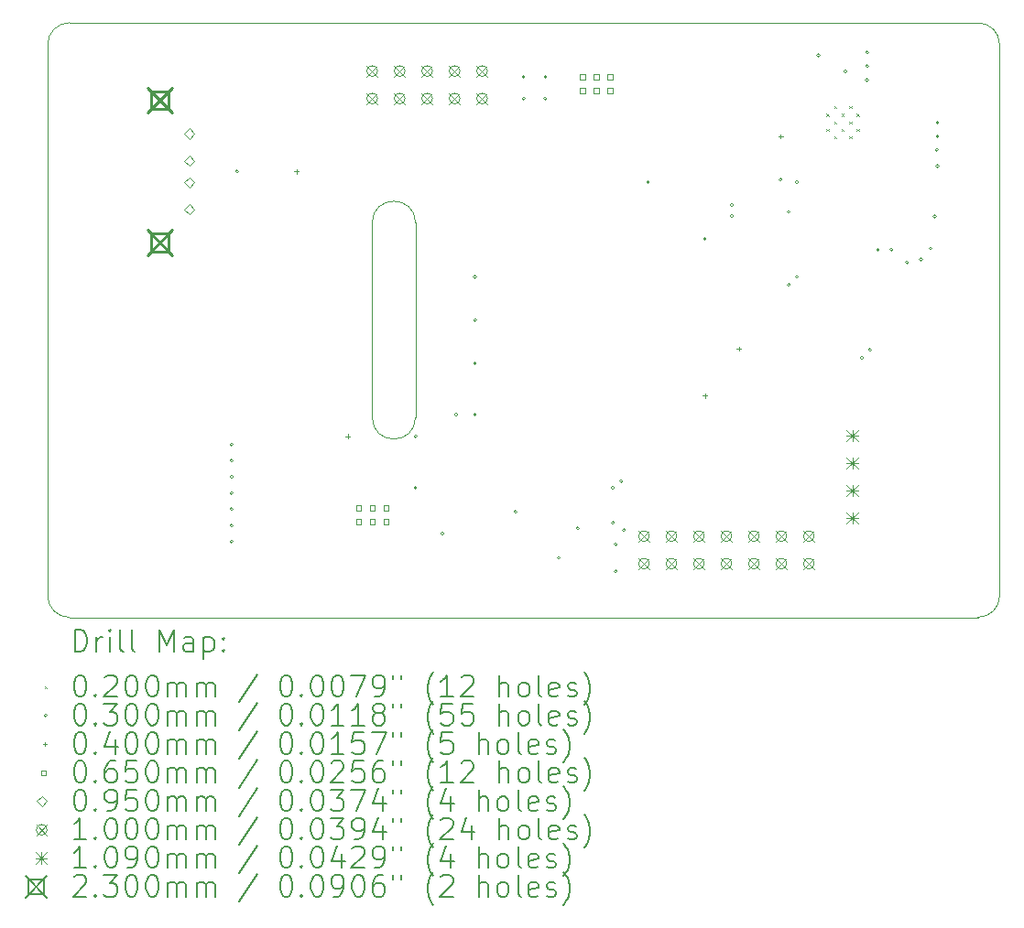
<source format=gbr>
%TF.GenerationSoftware,KiCad,Pcbnew,(6.0.10)*%
%TF.CreationDate,2022-12-31T21:02:23+01:00*%
%TF.ProjectId,ESPreen,45535072-6565-46e2-9e6b-696361645f70,0*%
%TF.SameCoordinates,Original*%
%TF.FileFunction,Drillmap*%
%TF.FilePolarity,Positive*%
%FSLAX45Y45*%
G04 Gerber Fmt 4.5, Leading zero omitted, Abs format (unit mm)*
G04 Created by KiCad (PCBNEW (6.0.10)) date 2022-12-31 21:02:23*
%MOMM*%
%LPD*%
G01*
G04 APERTURE LIST*
%ADD10C,0.100000*%
%ADD11C,0.200000*%
%ADD12C,0.020000*%
%ADD13C,0.030000*%
%ADD14C,0.040000*%
%ADD15C,0.065000*%
%ADD16C,0.095000*%
%ADD17C,0.109000*%
%ADD18C,0.230000*%
G04 APERTURE END LIST*
D10*
X11000000Y-6500000D02*
G75*
G03*
X10800000Y-6700000I0J-200000D01*
G01*
X13800000Y-10150000D02*
X13800000Y-8350000D01*
X14200000Y-8350000D02*
X14200000Y-10150000D01*
X19600000Y-6700000D02*
X19600000Y-11800000D01*
X14200000Y-8350000D02*
G75*
G03*
X13800000Y-8350000I-200000J0D01*
G01*
X19400000Y-12000000D02*
X11000000Y-12000000D01*
X10800000Y-11800000D02*
G75*
G03*
X11000000Y-12000000I200000J0D01*
G01*
X11000000Y-6500000D02*
X19400000Y-6500000D01*
X10800000Y-11800000D02*
X10800000Y-6700000D01*
X13800000Y-10150000D02*
G75*
G03*
X14200000Y-10150000I200000J0D01*
G01*
X19400000Y-12000000D02*
G75*
G03*
X19600000Y-11800000I0J200000D01*
G01*
X19600000Y-6700000D02*
G75*
G03*
X19400000Y-6500000I-200000J0D01*
G01*
D11*
D12*
X18000000Y-7341000D02*
X18020000Y-7361000D01*
X18020000Y-7341000D02*
X18000000Y-7361000D01*
X18000000Y-7481000D02*
X18020000Y-7501000D01*
X18020000Y-7481000D02*
X18000000Y-7501000D01*
X18070000Y-7271000D02*
X18090000Y-7291000D01*
X18090000Y-7271000D02*
X18070000Y-7291000D01*
X18070000Y-7411000D02*
X18090000Y-7431000D01*
X18090000Y-7411000D02*
X18070000Y-7431000D01*
X18070000Y-7551000D02*
X18090000Y-7571000D01*
X18090000Y-7551000D02*
X18070000Y-7571000D01*
X18140000Y-7341000D02*
X18160000Y-7361000D01*
X18160000Y-7341000D02*
X18140000Y-7361000D01*
X18140000Y-7481000D02*
X18160000Y-7501000D01*
X18160000Y-7481000D02*
X18140000Y-7501000D01*
X18210000Y-7271000D02*
X18230000Y-7291000D01*
X18230000Y-7271000D02*
X18210000Y-7291000D01*
X18210000Y-7411000D02*
X18230000Y-7431000D01*
X18230000Y-7411000D02*
X18210000Y-7431000D01*
X18210000Y-7551000D02*
X18230000Y-7571000D01*
X18230000Y-7551000D02*
X18210000Y-7571000D01*
X18280000Y-7341000D02*
X18300000Y-7361000D01*
X18300000Y-7341000D02*
X18280000Y-7361000D01*
X18280000Y-7481000D02*
X18300000Y-7501000D01*
X18300000Y-7481000D02*
X18280000Y-7501000D01*
D13*
X12515000Y-10400000D02*
G75*
G03*
X12515000Y-10400000I-15000J0D01*
G01*
X12515000Y-10550000D02*
G75*
G03*
X12515000Y-10550000I-15000J0D01*
G01*
X12515000Y-10700000D02*
G75*
G03*
X12515000Y-10700000I-15000J0D01*
G01*
X12515000Y-10850000D02*
G75*
G03*
X12515000Y-10850000I-15000J0D01*
G01*
X12515000Y-11000000D02*
G75*
G03*
X12515000Y-11000000I-15000J0D01*
G01*
X12515000Y-11150000D02*
G75*
G03*
X12515000Y-11150000I-15000J0D01*
G01*
X12515000Y-11300000D02*
G75*
G03*
X12515000Y-11300000I-15000J0D01*
G01*
X12565000Y-7875000D02*
G75*
G03*
X12565000Y-7875000I-15000J0D01*
G01*
X14215000Y-10325000D02*
G75*
G03*
X14215000Y-10325000I-15000J0D01*
G01*
X14215000Y-10802400D02*
G75*
G03*
X14215000Y-10802400I-15000J0D01*
G01*
X14465000Y-11225000D02*
G75*
G03*
X14465000Y-11225000I-15000J0D01*
G01*
X14590000Y-10125000D02*
G75*
G03*
X14590000Y-10125000I-15000J0D01*
G01*
X14765000Y-8850000D02*
G75*
G03*
X14765000Y-8850000I-15000J0D01*
G01*
X14765000Y-9250000D02*
G75*
G03*
X14765000Y-9250000I-15000J0D01*
G01*
X14765000Y-9650000D02*
G75*
G03*
X14765000Y-9650000I-15000J0D01*
G01*
X14765000Y-10125000D02*
G75*
G03*
X14765000Y-10125000I-15000J0D01*
G01*
X15140000Y-11025000D02*
G75*
G03*
X15140000Y-11025000I-15000J0D01*
G01*
X15215000Y-7000000D02*
G75*
G03*
X15215000Y-7000000I-15000J0D01*
G01*
X15215000Y-7200000D02*
G75*
G03*
X15215000Y-7200000I-15000J0D01*
G01*
X15415000Y-7000000D02*
G75*
G03*
X15415000Y-7000000I-15000J0D01*
G01*
X15415000Y-7200000D02*
G75*
G03*
X15415000Y-7200000I-15000J0D01*
G01*
X15540000Y-11450000D02*
G75*
G03*
X15540000Y-11450000I-15000J0D01*
G01*
X15715000Y-11175000D02*
G75*
G03*
X15715000Y-11175000I-15000J0D01*
G01*
X16040000Y-10802450D02*
G75*
G03*
X16040000Y-10802450I-15000J0D01*
G01*
X16040000Y-11125000D02*
G75*
G03*
X16040000Y-11125000I-15000J0D01*
G01*
X16065000Y-11325000D02*
G75*
G03*
X16065000Y-11325000I-15000J0D01*
G01*
X16065000Y-11575000D02*
G75*
G03*
X16065000Y-11575000I-15000J0D01*
G01*
X16115000Y-10739950D02*
G75*
G03*
X16115000Y-10739950I-15000J0D01*
G01*
X16142363Y-11194950D02*
G75*
G03*
X16142363Y-11194950I-15000J0D01*
G01*
X16365000Y-7975000D02*
G75*
G03*
X16365000Y-7975000I-15000J0D01*
G01*
X16890000Y-8500000D02*
G75*
G03*
X16890000Y-8500000I-15000J0D01*
G01*
X17140000Y-8186500D02*
G75*
G03*
X17140000Y-8186500I-15000J0D01*
G01*
X17140000Y-8286500D02*
G75*
G03*
X17140000Y-8286500I-15000J0D01*
G01*
X17590000Y-7950000D02*
G75*
G03*
X17590000Y-7950000I-15000J0D01*
G01*
X17665000Y-8250000D02*
G75*
G03*
X17665000Y-8250000I-15000J0D01*
G01*
X17665000Y-8925000D02*
G75*
G03*
X17665000Y-8925000I-15000J0D01*
G01*
X17740000Y-7975000D02*
G75*
G03*
X17740000Y-7975000I-15000J0D01*
G01*
X17740000Y-8850000D02*
G75*
G03*
X17740000Y-8850000I-15000J0D01*
G01*
X17940000Y-6800000D02*
G75*
G03*
X17940000Y-6800000I-15000J0D01*
G01*
X18190000Y-6950000D02*
G75*
G03*
X18190000Y-6950000I-15000J0D01*
G01*
X18340000Y-9600000D02*
G75*
G03*
X18340000Y-9600000I-15000J0D01*
G01*
X18390000Y-6775000D02*
G75*
G03*
X18390000Y-6775000I-15000J0D01*
G01*
X18390000Y-6900000D02*
G75*
G03*
X18390000Y-6900000I-15000J0D01*
G01*
X18390000Y-7030000D02*
G75*
G03*
X18390000Y-7030000I-15000J0D01*
G01*
X18415000Y-9525000D02*
G75*
G03*
X18415000Y-9525000I-15000J0D01*
G01*
X18490000Y-8600000D02*
G75*
G03*
X18490000Y-8600000I-15000J0D01*
G01*
X18615000Y-8600000D02*
G75*
G03*
X18615000Y-8600000I-15000J0D01*
G01*
X18759500Y-8717059D02*
G75*
G03*
X18759500Y-8717059I-15000J0D01*
G01*
X18886500Y-8689054D02*
G75*
G03*
X18886500Y-8689054I-15000J0D01*
G01*
X18977500Y-8587500D02*
G75*
G03*
X18977500Y-8587500I-15000J0D01*
G01*
X19015050Y-8292550D02*
G75*
G03*
X19015050Y-8292550I-15000J0D01*
G01*
X19034950Y-7675000D02*
G75*
G03*
X19034950Y-7675000I-15000J0D01*
G01*
X19040000Y-7425000D02*
G75*
G03*
X19040000Y-7425000I-15000J0D01*
G01*
X19040000Y-7550000D02*
G75*
G03*
X19040000Y-7550000I-15000J0D01*
G01*
X19040000Y-7825000D02*
G75*
G03*
X19040000Y-7825000I-15000J0D01*
G01*
D14*
X13100000Y-7855000D02*
X13100000Y-7895000D01*
X13080000Y-7875000D02*
X13120000Y-7875000D01*
X13575000Y-10305000D02*
X13575000Y-10345000D01*
X13555000Y-10325000D02*
X13595000Y-10325000D01*
X16875000Y-9930000D02*
X16875000Y-9970000D01*
X16855000Y-9950000D02*
X16895000Y-9950000D01*
X17189931Y-9494931D02*
X17189931Y-9534931D01*
X17169931Y-9514931D02*
X17209931Y-9514931D01*
X17575000Y-7530000D02*
X17575000Y-7570000D01*
X17555000Y-7550000D02*
X17595000Y-7550000D01*
D15*
X13695981Y-11009481D02*
X13695981Y-10963519D01*
X13650019Y-10963519D01*
X13650019Y-11009481D01*
X13695981Y-11009481D01*
X13695981Y-11136481D02*
X13695981Y-11090519D01*
X13650019Y-11090519D01*
X13650019Y-11136481D01*
X13695981Y-11136481D01*
X13822981Y-11009481D02*
X13822981Y-10963519D01*
X13777019Y-10963519D01*
X13777019Y-11009481D01*
X13822981Y-11009481D01*
X13822981Y-11136481D02*
X13822981Y-11090519D01*
X13777019Y-11090519D01*
X13777019Y-11136481D01*
X13822981Y-11136481D01*
X13949981Y-11009481D02*
X13949981Y-10963519D01*
X13904019Y-10963519D01*
X13904019Y-11009481D01*
X13949981Y-11009481D01*
X13949981Y-11136481D02*
X13949981Y-11090519D01*
X13904019Y-11090519D01*
X13904019Y-11136481D01*
X13949981Y-11136481D01*
X15768981Y-7022981D02*
X15768981Y-6977019D01*
X15723019Y-6977019D01*
X15723019Y-7022981D01*
X15768981Y-7022981D01*
X15768981Y-7149981D02*
X15768981Y-7104019D01*
X15723019Y-7104019D01*
X15723019Y-7149981D01*
X15768981Y-7149981D01*
X15895981Y-7022981D02*
X15895981Y-6977019D01*
X15850019Y-6977019D01*
X15850019Y-7022981D01*
X15895981Y-7022981D01*
X15895981Y-7149981D02*
X15895981Y-7104019D01*
X15850019Y-7104019D01*
X15850019Y-7149981D01*
X15895981Y-7149981D01*
X16022981Y-7022981D02*
X16022981Y-6977019D01*
X15977019Y-6977019D01*
X15977019Y-7022981D01*
X16022981Y-7022981D01*
X16022981Y-7149981D02*
X16022981Y-7104019D01*
X15977019Y-7104019D01*
X15977019Y-7149981D01*
X16022981Y-7149981D01*
D16*
X12111000Y-7572500D02*
X12158500Y-7525000D01*
X12111000Y-7477500D01*
X12063500Y-7525000D01*
X12111000Y-7572500D01*
X12111000Y-7822500D02*
X12158500Y-7775000D01*
X12111000Y-7727500D01*
X12063500Y-7775000D01*
X12111000Y-7822500D01*
X12111000Y-8022500D02*
X12158500Y-7975000D01*
X12111000Y-7927500D01*
X12063500Y-7975000D01*
X12111000Y-8022500D01*
X12111000Y-8272500D02*
X12158500Y-8225000D01*
X12111000Y-8177500D01*
X12063500Y-8225000D01*
X12111000Y-8272500D01*
D10*
X13750000Y-6896000D02*
X13850000Y-6996000D01*
X13850000Y-6896000D02*
X13750000Y-6996000D01*
X13850000Y-6946000D02*
G75*
G03*
X13850000Y-6946000I-50000J0D01*
G01*
X13750000Y-7150000D02*
X13850000Y-7250000D01*
X13850000Y-7150000D02*
X13750000Y-7250000D01*
X13850000Y-7200000D02*
G75*
G03*
X13850000Y-7200000I-50000J0D01*
G01*
X14004000Y-6896000D02*
X14104000Y-6996000D01*
X14104000Y-6896000D02*
X14004000Y-6996000D01*
X14104000Y-6946000D02*
G75*
G03*
X14104000Y-6946000I-50000J0D01*
G01*
X14004000Y-7150000D02*
X14104000Y-7250000D01*
X14104000Y-7150000D02*
X14004000Y-7250000D01*
X14104000Y-7200000D02*
G75*
G03*
X14104000Y-7200000I-50000J0D01*
G01*
X14258000Y-6896000D02*
X14358000Y-6996000D01*
X14358000Y-6896000D02*
X14258000Y-6996000D01*
X14358000Y-6946000D02*
G75*
G03*
X14358000Y-6946000I-50000J0D01*
G01*
X14258000Y-7150000D02*
X14358000Y-7250000D01*
X14358000Y-7150000D02*
X14258000Y-7250000D01*
X14358000Y-7200000D02*
G75*
G03*
X14358000Y-7200000I-50000J0D01*
G01*
X14512000Y-6896000D02*
X14612000Y-6996000D01*
X14612000Y-6896000D02*
X14512000Y-6996000D01*
X14612000Y-6946000D02*
G75*
G03*
X14612000Y-6946000I-50000J0D01*
G01*
X14512000Y-7150000D02*
X14612000Y-7250000D01*
X14612000Y-7150000D02*
X14512000Y-7250000D01*
X14612000Y-7200000D02*
G75*
G03*
X14612000Y-7200000I-50000J0D01*
G01*
X14766000Y-6896000D02*
X14866000Y-6996000D01*
X14866000Y-6896000D02*
X14766000Y-6996000D01*
X14866000Y-6946000D02*
G75*
G03*
X14866000Y-6946000I-50000J0D01*
G01*
X14766000Y-7150000D02*
X14866000Y-7250000D01*
X14866000Y-7150000D02*
X14766000Y-7250000D01*
X14866000Y-7200000D02*
G75*
G03*
X14866000Y-7200000I-50000J0D01*
G01*
X16262500Y-11198500D02*
X16362500Y-11298500D01*
X16362500Y-11198500D02*
X16262500Y-11298500D01*
X16362500Y-11248500D02*
G75*
G03*
X16362500Y-11248500I-50000J0D01*
G01*
X16262500Y-11452500D02*
X16362500Y-11552500D01*
X16362500Y-11452500D02*
X16262500Y-11552500D01*
X16362500Y-11502500D02*
G75*
G03*
X16362500Y-11502500I-50000J0D01*
G01*
X16516500Y-11198500D02*
X16616500Y-11298500D01*
X16616500Y-11198500D02*
X16516500Y-11298500D01*
X16616500Y-11248500D02*
G75*
G03*
X16616500Y-11248500I-50000J0D01*
G01*
X16516500Y-11452500D02*
X16616500Y-11552500D01*
X16616500Y-11452500D02*
X16516500Y-11552500D01*
X16616500Y-11502500D02*
G75*
G03*
X16616500Y-11502500I-50000J0D01*
G01*
X16770500Y-11198500D02*
X16870500Y-11298500D01*
X16870500Y-11198500D02*
X16770500Y-11298500D01*
X16870500Y-11248500D02*
G75*
G03*
X16870500Y-11248500I-50000J0D01*
G01*
X16770500Y-11452500D02*
X16870500Y-11552500D01*
X16870500Y-11452500D02*
X16770500Y-11552500D01*
X16870500Y-11502500D02*
G75*
G03*
X16870500Y-11502500I-50000J0D01*
G01*
X17024500Y-11198500D02*
X17124500Y-11298500D01*
X17124500Y-11198500D02*
X17024500Y-11298500D01*
X17124500Y-11248500D02*
G75*
G03*
X17124500Y-11248500I-50000J0D01*
G01*
X17024500Y-11452500D02*
X17124500Y-11552500D01*
X17124500Y-11452500D02*
X17024500Y-11552500D01*
X17124500Y-11502500D02*
G75*
G03*
X17124500Y-11502500I-50000J0D01*
G01*
X17278500Y-11198500D02*
X17378500Y-11298500D01*
X17378500Y-11198500D02*
X17278500Y-11298500D01*
X17378500Y-11248500D02*
G75*
G03*
X17378500Y-11248500I-50000J0D01*
G01*
X17278500Y-11452500D02*
X17378500Y-11552500D01*
X17378500Y-11452500D02*
X17278500Y-11552500D01*
X17378500Y-11502500D02*
G75*
G03*
X17378500Y-11502500I-50000J0D01*
G01*
X17532500Y-11198500D02*
X17632500Y-11298500D01*
X17632500Y-11198500D02*
X17532500Y-11298500D01*
X17632500Y-11248500D02*
G75*
G03*
X17632500Y-11248500I-50000J0D01*
G01*
X17532500Y-11452500D02*
X17632500Y-11552500D01*
X17632500Y-11452500D02*
X17532500Y-11552500D01*
X17632500Y-11502500D02*
G75*
G03*
X17632500Y-11502500I-50000J0D01*
G01*
X17786500Y-11198500D02*
X17886500Y-11298500D01*
X17886500Y-11198500D02*
X17786500Y-11298500D01*
X17886500Y-11248500D02*
G75*
G03*
X17886500Y-11248500I-50000J0D01*
G01*
X17786500Y-11452500D02*
X17886500Y-11552500D01*
X17886500Y-11452500D02*
X17786500Y-11552500D01*
X17886500Y-11502500D02*
G75*
G03*
X17886500Y-11502500I-50000J0D01*
G01*
D17*
X18185750Y-10264500D02*
X18294750Y-10373500D01*
X18294750Y-10264500D02*
X18185750Y-10373500D01*
X18240250Y-10264500D02*
X18240250Y-10373500D01*
X18185750Y-10319000D02*
X18294750Y-10319000D01*
X18185750Y-10518500D02*
X18294750Y-10627500D01*
X18294750Y-10518500D02*
X18185750Y-10627500D01*
X18240250Y-10518500D02*
X18240250Y-10627500D01*
X18185750Y-10573000D02*
X18294750Y-10573000D01*
X18185750Y-10772500D02*
X18294750Y-10881500D01*
X18294750Y-10772500D02*
X18185750Y-10881500D01*
X18240250Y-10772500D02*
X18240250Y-10881500D01*
X18185750Y-10827000D02*
X18294750Y-10827000D01*
X18185750Y-11026500D02*
X18294750Y-11135500D01*
X18294750Y-11026500D02*
X18185750Y-11135500D01*
X18240250Y-11026500D02*
X18240250Y-11135500D01*
X18185750Y-11081000D02*
X18294750Y-11081000D01*
D18*
X11725000Y-7103000D02*
X11955000Y-7333000D01*
X11955000Y-7103000D02*
X11725000Y-7333000D01*
X11921318Y-7299318D02*
X11921318Y-7136682D01*
X11758682Y-7136682D01*
X11758682Y-7299318D01*
X11921318Y-7299318D01*
X11725000Y-8417000D02*
X11955000Y-8647000D01*
X11955000Y-8417000D02*
X11725000Y-8647000D01*
X11921318Y-8613318D02*
X11921318Y-8450682D01*
X11758682Y-8450682D01*
X11758682Y-8613318D01*
X11921318Y-8613318D01*
D11*
X11052619Y-12315476D02*
X11052619Y-12115476D01*
X11100238Y-12115476D01*
X11128810Y-12125000D01*
X11147857Y-12144048D01*
X11157381Y-12163095D01*
X11166905Y-12201190D01*
X11166905Y-12229762D01*
X11157381Y-12267857D01*
X11147857Y-12286905D01*
X11128810Y-12305952D01*
X11100238Y-12315476D01*
X11052619Y-12315476D01*
X11252619Y-12315476D02*
X11252619Y-12182143D01*
X11252619Y-12220238D02*
X11262143Y-12201190D01*
X11271667Y-12191667D01*
X11290714Y-12182143D01*
X11309762Y-12182143D01*
X11376428Y-12315476D02*
X11376428Y-12182143D01*
X11376428Y-12115476D02*
X11366905Y-12125000D01*
X11376428Y-12134524D01*
X11385952Y-12125000D01*
X11376428Y-12115476D01*
X11376428Y-12134524D01*
X11500238Y-12315476D02*
X11481190Y-12305952D01*
X11471667Y-12286905D01*
X11471667Y-12115476D01*
X11605000Y-12315476D02*
X11585952Y-12305952D01*
X11576428Y-12286905D01*
X11576428Y-12115476D01*
X11833571Y-12315476D02*
X11833571Y-12115476D01*
X11900238Y-12258333D01*
X11966905Y-12115476D01*
X11966905Y-12315476D01*
X12147857Y-12315476D02*
X12147857Y-12210714D01*
X12138333Y-12191667D01*
X12119286Y-12182143D01*
X12081190Y-12182143D01*
X12062143Y-12191667D01*
X12147857Y-12305952D02*
X12128809Y-12315476D01*
X12081190Y-12315476D01*
X12062143Y-12305952D01*
X12052619Y-12286905D01*
X12052619Y-12267857D01*
X12062143Y-12248809D01*
X12081190Y-12239286D01*
X12128809Y-12239286D01*
X12147857Y-12229762D01*
X12243095Y-12182143D02*
X12243095Y-12382143D01*
X12243095Y-12191667D02*
X12262143Y-12182143D01*
X12300238Y-12182143D01*
X12319286Y-12191667D01*
X12328809Y-12201190D01*
X12338333Y-12220238D01*
X12338333Y-12277381D01*
X12328809Y-12296428D01*
X12319286Y-12305952D01*
X12300238Y-12315476D01*
X12262143Y-12315476D01*
X12243095Y-12305952D01*
X12424048Y-12296428D02*
X12433571Y-12305952D01*
X12424048Y-12315476D01*
X12414524Y-12305952D01*
X12424048Y-12296428D01*
X12424048Y-12315476D01*
X12424048Y-12191667D02*
X12433571Y-12201190D01*
X12424048Y-12210714D01*
X12414524Y-12201190D01*
X12424048Y-12191667D01*
X12424048Y-12210714D01*
D12*
X10775000Y-12635000D02*
X10795000Y-12655000D01*
X10795000Y-12635000D02*
X10775000Y-12655000D01*
D11*
X11090714Y-12535476D02*
X11109762Y-12535476D01*
X11128810Y-12545000D01*
X11138333Y-12554524D01*
X11147857Y-12573571D01*
X11157381Y-12611667D01*
X11157381Y-12659286D01*
X11147857Y-12697381D01*
X11138333Y-12716428D01*
X11128810Y-12725952D01*
X11109762Y-12735476D01*
X11090714Y-12735476D01*
X11071667Y-12725952D01*
X11062143Y-12716428D01*
X11052619Y-12697381D01*
X11043095Y-12659286D01*
X11043095Y-12611667D01*
X11052619Y-12573571D01*
X11062143Y-12554524D01*
X11071667Y-12545000D01*
X11090714Y-12535476D01*
X11243095Y-12716428D02*
X11252619Y-12725952D01*
X11243095Y-12735476D01*
X11233571Y-12725952D01*
X11243095Y-12716428D01*
X11243095Y-12735476D01*
X11328809Y-12554524D02*
X11338333Y-12545000D01*
X11357381Y-12535476D01*
X11405000Y-12535476D01*
X11424048Y-12545000D01*
X11433571Y-12554524D01*
X11443095Y-12573571D01*
X11443095Y-12592619D01*
X11433571Y-12621190D01*
X11319286Y-12735476D01*
X11443095Y-12735476D01*
X11566905Y-12535476D02*
X11585952Y-12535476D01*
X11605000Y-12545000D01*
X11614524Y-12554524D01*
X11624048Y-12573571D01*
X11633571Y-12611667D01*
X11633571Y-12659286D01*
X11624048Y-12697381D01*
X11614524Y-12716428D01*
X11605000Y-12725952D01*
X11585952Y-12735476D01*
X11566905Y-12735476D01*
X11547857Y-12725952D01*
X11538333Y-12716428D01*
X11528809Y-12697381D01*
X11519286Y-12659286D01*
X11519286Y-12611667D01*
X11528809Y-12573571D01*
X11538333Y-12554524D01*
X11547857Y-12545000D01*
X11566905Y-12535476D01*
X11757381Y-12535476D02*
X11776428Y-12535476D01*
X11795476Y-12545000D01*
X11805000Y-12554524D01*
X11814524Y-12573571D01*
X11824048Y-12611667D01*
X11824048Y-12659286D01*
X11814524Y-12697381D01*
X11805000Y-12716428D01*
X11795476Y-12725952D01*
X11776428Y-12735476D01*
X11757381Y-12735476D01*
X11738333Y-12725952D01*
X11728809Y-12716428D01*
X11719286Y-12697381D01*
X11709762Y-12659286D01*
X11709762Y-12611667D01*
X11719286Y-12573571D01*
X11728809Y-12554524D01*
X11738333Y-12545000D01*
X11757381Y-12535476D01*
X11909762Y-12735476D02*
X11909762Y-12602143D01*
X11909762Y-12621190D02*
X11919286Y-12611667D01*
X11938333Y-12602143D01*
X11966905Y-12602143D01*
X11985952Y-12611667D01*
X11995476Y-12630714D01*
X11995476Y-12735476D01*
X11995476Y-12630714D02*
X12005000Y-12611667D01*
X12024048Y-12602143D01*
X12052619Y-12602143D01*
X12071667Y-12611667D01*
X12081190Y-12630714D01*
X12081190Y-12735476D01*
X12176428Y-12735476D02*
X12176428Y-12602143D01*
X12176428Y-12621190D02*
X12185952Y-12611667D01*
X12205000Y-12602143D01*
X12233571Y-12602143D01*
X12252619Y-12611667D01*
X12262143Y-12630714D01*
X12262143Y-12735476D01*
X12262143Y-12630714D02*
X12271667Y-12611667D01*
X12290714Y-12602143D01*
X12319286Y-12602143D01*
X12338333Y-12611667D01*
X12347857Y-12630714D01*
X12347857Y-12735476D01*
X12738333Y-12525952D02*
X12566905Y-12783095D01*
X12995476Y-12535476D02*
X13014524Y-12535476D01*
X13033571Y-12545000D01*
X13043095Y-12554524D01*
X13052619Y-12573571D01*
X13062143Y-12611667D01*
X13062143Y-12659286D01*
X13052619Y-12697381D01*
X13043095Y-12716428D01*
X13033571Y-12725952D01*
X13014524Y-12735476D01*
X12995476Y-12735476D01*
X12976428Y-12725952D01*
X12966905Y-12716428D01*
X12957381Y-12697381D01*
X12947857Y-12659286D01*
X12947857Y-12611667D01*
X12957381Y-12573571D01*
X12966905Y-12554524D01*
X12976428Y-12545000D01*
X12995476Y-12535476D01*
X13147857Y-12716428D02*
X13157381Y-12725952D01*
X13147857Y-12735476D01*
X13138333Y-12725952D01*
X13147857Y-12716428D01*
X13147857Y-12735476D01*
X13281190Y-12535476D02*
X13300238Y-12535476D01*
X13319286Y-12545000D01*
X13328809Y-12554524D01*
X13338333Y-12573571D01*
X13347857Y-12611667D01*
X13347857Y-12659286D01*
X13338333Y-12697381D01*
X13328809Y-12716428D01*
X13319286Y-12725952D01*
X13300238Y-12735476D01*
X13281190Y-12735476D01*
X13262143Y-12725952D01*
X13252619Y-12716428D01*
X13243095Y-12697381D01*
X13233571Y-12659286D01*
X13233571Y-12611667D01*
X13243095Y-12573571D01*
X13252619Y-12554524D01*
X13262143Y-12545000D01*
X13281190Y-12535476D01*
X13471667Y-12535476D02*
X13490714Y-12535476D01*
X13509762Y-12545000D01*
X13519286Y-12554524D01*
X13528809Y-12573571D01*
X13538333Y-12611667D01*
X13538333Y-12659286D01*
X13528809Y-12697381D01*
X13519286Y-12716428D01*
X13509762Y-12725952D01*
X13490714Y-12735476D01*
X13471667Y-12735476D01*
X13452619Y-12725952D01*
X13443095Y-12716428D01*
X13433571Y-12697381D01*
X13424048Y-12659286D01*
X13424048Y-12611667D01*
X13433571Y-12573571D01*
X13443095Y-12554524D01*
X13452619Y-12545000D01*
X13471667Y-12535476D01*
X13605000Y-12535476D02*
X13738333Y-12535476D01*
X13652619Y-12735476D01*
X13824048Y-12735476D02*
X13862143Y-12735476D01*
X13881190Y-12725952D01*
X13890714Y-12716428D01*
X13909762Y-12687857D01*
X13919286Y-12649762D01*
X13919286Y-12573571D01*
X13909762Y-12554524D01*
X13900238Y-12545000D01*
X13881190Y-12535476D01*
X13843095Y-12535476D01*
X13824048Y-12545000D01*
X13814524Y-12554524D01*
X13805000Y-12573571D01*
X13805000Y-12621190D01*
X13814524Y-12640238D01*
X13824048Y-12649762D01*
X13843095Y-12659286D01*
X13881190Y-12659286D01*
X13900238Y-12649762D01*
X13909762Y-12640238D01*
X13919286Y-12621190D01*
X13995476Y-12535476D02*
X13995476Y-12573571D01*
X14071667Y-12535476D02*
X14071667Y-12573571D01*
X14366905Y-12811667D02*
X14357381Y-12802143D01*
X14338333Y-12773571D01*
X14328809Y-12754524D01*
X14319286Y-12725952D01*
X14309762Y-12678333D01*
X14309762Y-12640238D01*
X14319286Y-12592619D01*
X14328809Y-12564048D01*
X14338333Y-12545000D01*
X14357381Y-12516428D01*
X14366905Y-12506905D01*
X14547857Y-12735476D02*
X14433571Y-12735476D01*
X14490714Y-12735476D02*
X14490714Y-12535476D01*
X14471667Y-12564048D01*
X14452619Y-12583095D01*
X14433571Y-12592619D01*
X14624048Y-12554524D02*
X14633571Y-12545000D01*
X14652619Y-12535476D01*
X14700238Y-12535476D01*
X14719286Y-12545000D01*
X14728809Y-12554524D01*
X14738333Y-12573571D01*
X14738333Y-12592619D01*
X14728809Y-12621190D01*
X14614524Y-12735476D01*
X14738333Y-12735476D01*
X14976428Y-12735476D02*
X14976428Y-12535476D01*
X15062143Y-12735476D02*
X15062143Y-12630714D01*
X15052619Y-12611667D01*
X15033571Y-12602143D01*
X15005000Y-12602143D01*
X14985952Y-12611667D01*
X14976428Y-12621190D01*
X15185952Y-12735476D02*
X15166905Y-12725952D01*
X15157381Y-12716428D01*
X15147857Y-12697381D01*
X15147857Y-12640238D01*
X15157381Y-12621190D01*
X15166905Y-12611667D01*
X15185952Y-12602143D01*
X15214524Y-12602143D01*
X15233571Y-12611667D01*
X15243095Y-12621190D01*
X15252619Y-12640238D01*
X15252619Y-12697381D01*
X15243095Y-12716428D01*
X15233571Y-12725952D01*
X15214524Y-12735476D01*
X15185952Y-12735476D01*
X15366905Y-12735476D02*
X15347857Y-12725952D01*
X15338333Y-12706905D01*
X15338333Y-12535476D01*
X15519286Y-12725952D02*
X15500238Y-12735476D01*
X15462143Y-12735476D01*
X15443095Y-12725952D01*
X15433571Y-12706905D01*
X15433571Y-12630714D01*
X15443095Y-12611667D01*
X15462143Y-12602143D01*
X15500238Y-12602143D01*
X15519286Y-12611667D01*
X15528809Y-12630714D01*
X15528809Y-12649762D01*
X15433571Y-12668809D01*
X15605000Y-12725952D02*
X15624048Y-12735476D01*
X15662143Y-12735476D01*
X15681190Y-12725952D01*
X15690714Y-12706905D01*
X15690714Y-12697381D01*
X15681190Y-12678333D01*
X15662143Y-12668809D01*
X15633571Y-12668809D01*
X15614524Y-12659286D01*
X15605000Y-12640238D01*
X15605000Y-12630714D01*
X15614524Y-12611667D01*
X15633571Y-12602143D01*
X15662143Y-12602143D01*
X15681190Y-12611667D01*
X15757381Y-12811667D02*
X15766905Y-12802143D01*
X15785952Y-12773571D01*
X15795476Y-12754524D01*
X15805000Y-12725952D01*
X15814524Y-12678333D01*
X15814524Y-12640238D01*
X15805000Y-12592619D01*
X15795476Y-12564048D01*
X15785952Y-12545000D01*
X15766905Y-12516428D01*
X15757381Y-12506905D01*
D13*
X10795000Y-12909000D02*
G75*
G03*
X10795000Y-12909000I-15000J0D01*
G01*
D11*
X11090714Y-12799476D02*
X11109762Y-12799476D01*
X11128810Y-12809000D01*
X11138333Y-12818524D01*
X11147857Y-12837571D01*
X11157381Y-12875667D01*
X11157381Y-12923286D01*
X11147857Y-12961381D01*
X11138333Y-12980428D01*
X11128810Y-12989952D01*
X11109762Y-12999476D01*
X11090714Y-12999476D01*
X11071667Y-12989952D01*
X11062143Y-12980428D01*
X11052619Y-12961381D01*
X11043095Y-12923286D01*
X11043095Y-12875667D01*
X11052619Y-12837571D01*
X11062143Y-12818524D01*
X11071667Y-12809000D01*
X11090714Y-12799476D01*
X11243095Y-12980428D02*
X11252619Y-12989952D01*
X11243095Y-12999476D01*
X11233571Y-12989952D01*
X11243095Y-12980428D01*
X11243095Y-12999476D01*
X11319286Y-12799476D02*
X11443095Y-12799476D01*
X11376428Y-12875667D01*
X11405000Y-12875667D01*
X11424048Y-12885190D01*
X11433571Y-12894714D01*
X11443095Y-12913762D01*
X11443095Y-12961381D01*
X11433571Y-12980428D01*
X11424048Y-12989952D01*
X11405000Y-12999476D01*
X11347857Y-12999476D01*
X11328809Y-12989952D01*
X11319286Y-12980428D01*
X11566905Y-12799476D02*
X11585952Y-12799476D01*
X11605000Y-12809000D01*
X11614524Y-12818524D01*
X11624048Y-12837571D01*
X11633571Y-12875667D01*
X11633571Y-12923286D01*
X11624048Y-12961381D01*
X11614524Y-12980428D01*
X11605000Y-12989952D01*
X11585952Y-12999476D01*
X11566905Y-12999476D01*
X11547857Y-12989952D01*
X11538333Y-12980428D01*
X11528809Y-12961381D01*
X11519286Y-12923286D01*
X11519286Y-12875667D01*
X11528809Y-12837571D01*
X11538333Y-12818524D01*
X11547857Y-12809000D01*
X11566905Y-12799476D01*
X11757381Y-12799476D02*
X11776428Y-12799476D01*
X11795476Y-12809000D01*
X11805000Y-12818524D01*
X11814524Y-12837571D01*
X11824048Y-12875667D01*
X11824048Y-12923286D01*
X11814524Y-12961381D01*
X11805000Y-12980428D01*
X11795476Y-12989952D01*
X11776428Y-12999476D01*
X11757381Y-12999476D01*
X11738333Y-12989952D01*
X11728809Y-12980428D01*
X11719286Y-12961381D01*
X11709762Y-12923286D01*
X11709762Y-12875667D01*
X11719286Y-12837571D01*
X11728809Y-12818524D01*
X11738333Y-12809000D01*
X11757381Y-12799476D01*
X11909762Y-12999476D02*
X11909762Y-12866143D01*
X11909762Y-12885190D02*
X11919286Y-12875667D01*
X11938333Y-12866143D01*
X11966905Y-12866143D01*
X11985952Y-12875667D01*
X11995476Y-12894714D01*
X11995476Y-12999476D01*
X11995476Y-12894714D02*
X12005000Y-12875667D01*
X12024048Y-12866143D01*
X12052619Y-12866143D01*
X12071667Y-12875667D01*
X12081190Y-12894714D01*
X12081190Y-12999476D01*
X12176428Y-12999476D02*
X12176428Y-12866143D01*
X12176428Y-12885190D02*
X12185952Y-12875667D01*
X12205000Y-12866143D01*
X12233571Y-12866143D01*
X12252619Y-12875667D01*
X12262143Y-12894714D01*
X12262143Y-12999476D01*
X12262143Y-12894714D02*
X12271667Y-12875667D01*
X12290714Y-12866143D01*
X12319286Y-12866143D01*
X12338333Y-12875667D01*
X12347857Y-12894714D01*
X12347857Y-12999476D01*
X12738333Y-12789952D02*
X12566905Y-13047095D01*
X12995476Y-12799476D02*
X13014524Y-12799476D01*
X13033571Y-12809000D01*
X13043095Y-12818524D01*
X13052619Y-12837571D01*
X13062143Y-12875667D01*
X13062143Y-12923286D01*
X13052619Y-12961381D01*
X13043095Y-12980428D01*
X13033571Y-12989952D01*
X13014524Y-12999476D01*
X12995476Y-12999476D01*
X12976428Y-12989952D01*
X12966905Y-12980428D01*
X12957381Y-12961381D01*
X12947857Y-12923286D01*
X12947857Y-12875667D01*
X12957381Y-12837571D01*
X12966905Y-12818524D01*
X12976428Y-12809000D01*
X12995476Y-12799476D01*
X13147857Y-12980428D02*
X13157381Y-12989952D01*
X13147857Y-12999476D01*
X13138333Y-12989952D01*
X13147857Y-12980428D01*
X13147857Y-12999476D01*
X13281190Y-12799476D02*
X13300238Y-12799476D01*
X13319286Y-12809000D01*
X13328809Y-12818524D01*
X13338333Y-12837571D01*
X13347857Y-12875667D01*
X13347857Y-12923286D01*
X13338333Y-12961381D01*
X13328809Y-12980428D01*
X13319286Y-12989952D01*
X13300238Y-12999476D01*
X13281190Y-12999476D01*
X13262143Y-12989952D01*
X13252619Y-12980428D01*
X13243095Y-12961381D01*
X13233571Y-12923286D01*
X13233571Y-12875667D01*
X13243095Y-12837571D01*
X13252619Y-12818524D01*
X13262143Y-12809000D01*
X13281190Y-12799476D01*
X13538333Y-12999476D02*
X13424048Y-12999476D01*
X13481190Y-12999476D02*
X13481190Y-12799476D01*
X13462143Y-12828048D01*
X13443095Y-12847095D01*
X13424048Y-12856619D01*
X13728809Y-12999476D02*
X13614524Y-12999476D01*
X13671667Y-12999476D02*
X13671667Y-12799476D01*
X13652619Y-12828048D01*
X13633571Y-12847095D01*
X13614524Y-12856619D01*
X13843095Y-12885190D02*
X13824048Y-12875667D01*
X13814524Y-12866143D01*
X13805000Y-12847095D01*
X13805000Y-12837571D01*
X13814524Y-12818524D01*
X13824048Y-12809000D01*
X13843095Y-12799476D01*
X13881190Y-12799476D01*
X13900238Y-12809000D01*
X13909762Y-12818524D01*
X13919286Y-12837571D01*
X13919286Y-12847095D01*
X13909762Y-12866143D01*
X13900238Y-12875667D01*
X13881190Y-12885190D01*
X13843095Y-12885190D01*
X13824048Y-12894714D01*
X13814524Y-12904238D01*
X13805000Y-12923286D01*
X13805000Y-12961381D01*
X13814524Y-12980428D01*
X13824048Y-12989952D01*
X13843095Y-12999476D01*
X13881190Y-12999476D01*
X13900238Y-12989952D01*
X13909762Y-12980428D01*
X13919286Y-12961381D01*
X13919286Y-12923286D01*
X13909762Y-12904238D01*
X13900238Y-12894714D01*
X13881190Y-12885190D01*
X13995476Y-12799476D02*
X13995476Y-12837571D01*
X14071667Y-12799476D02*
X14071667Y-12837571D01*
X14366905Y-13075667D02*
X14357381Y-13066143D01*
X14338333Y-13037571D01*
X14328809Y-13018524D01*
X14319286Y-12989952D01*
X14309762Y-12942333D01*
X14309762Y-12904238D01*
X14319286Y-12856619D01*
X14328809Y-12828048D01*
X14338333Y-12809000D01*
X14357381Y-12780428D01*
X14366905Y-12770905D01*
X14538333Y-12799476D02*
X14443095Y-12799476D01*
X14433571Y-12894714D01*
X14443095Y-12885190D01*
X14462143Y-12875667D01*
X14509762Y-12875667D01*
X14528809Y-12885190D01*
X14538333Y-12894714D01*
X14547857Y-12913762D01*
X14547857Y-12961381D01*
X14538333Y-12980428D01*
X14528809Y-12989952D01*
X14509762Y-12999476D01*
X14462143Y-12999476D01*
X14443095Y-12989952D01*
X14433571Y-12980428D01*
X14728809Y-12799476D02*
X14633571Y-12799476D01*
X14624048Y-12894714D01*
X14633571Y-12885190D01*
X14652619Y-12875667D01*
X14700238Y-12875667D01*
X14719286Y-12885190D01*
X14728809Y-12894714D01*
X14738333Y-12913762D01*
X14738333Y-12961381D01*
X14728809Y-12980428D01*
X14719286Y-12989952D01*
X14700238Y-12999476D01*
X14652619Y-12999476D01*
X14633571Y-12989952D01*
X14624048Y-12980428D01*
X14976428Y-12999476D02*
X14976428Y-12799476D01*
X15062143Y-12999476D02*
X15062143Y-12894714D01*
X15052619Y-12875667D01*
X15033571Y-12866143D01*
X15005000Y-12866143D01*
X14985952Y-12875667D01*
X14976428Y-12885190D01*
X15185952Y-12999476D02*
X15166905Y-12989952D01*
X15157381Y-12980428D01*
X15147857Y-12961381D01*
X15147857Y-12904238D01*
X15157381Y-12885190D01*
X15166905Y-12875667D01*
X15185952Y-12866143D01*
X15214524Y-12866143D01*
X15233571Y-12875667D01*
X15243095Y-12885190D01*
X15252619Y-12904238D01*
X15252619Y-12961381D01*
X15243095Y-12980428D01*
X15233571Y-12989952D01*
X15214524Y-12999476D01*
X15185952Y-12999476D01*
X15366905Y-12999476D02*
X15347857Y-12989952D01*
X15338333Y-12970905D01*
X15338333Y-12799476D01*
X15519286Y-12989952D02*
X15500238Y-12999476D01*
X15462143Y-12999476D01*
X15443095Y-12989952D01*
X15433571Y-12970905D01*
X15433571Y-12894714D01*
X15443095Y-12875667D01*
X15462143Y-12866143D01*
X15500238Y-12866143D01*
X15519286Y-12875667D01*
X15528809Y-12894714D01*
X15528809Y-12913762D01*
X15433571Y-12932809D01*
X15605000Y-12989952D02*
X15624048Y-12999476D01*
X15662143Y-12999476D01*
X15681190Y-12989952D01*
X15690714Y-12970905D01*
X15690714Y-12961381D01*
X15681190Y-12942333D01*
X15662143Y-12932809D01*
X15633571Y-12932809D01*
X15614524Y-12923286D01*
X15605000Y-12904238D01*
X15605000Y-12894714D01*
X15614524Y-12875667D01*
X15633571Y-12866143D01*
X15662143Y-12866143D01*
X15681190Y-12875667D01*
X15757381Y-13075667D02*
X15766905Y-13066143D01*
X15785952Y-13037571D01*
X15795476Y-13018524D01*
X15805000Y-12989952D01*
X15814524Y-12942333D01*
X15814524Y-12904238D01*
X15805000Y-12856619D01*
X15795476Y-12828048D01*
X15785952Y-12809000D01*
X15766905Y-12780428D01*
X15757381Y-12770905D01*
D14*
X10775000Y-13153000D02*
X10775000Y-13193000D01*
X10755000Y-13173000D02*
X10795000Y-13173000D01*
D11*
X11090714Y-13063476D02*
X11109762Y-13063476D01*
X11128810Y-13073000D01*
X11138333Y-13082524D01*
X11147857Y-13101571D01*
X11157381Y-13139667D01*
X11157381Y-13187286D01*
X11147857Y-13225381D01*
X11138333Y-13244428D01*
X11128810Y-13253952D01*
X11109762Y-13263476D01*
X11090714Y-13263476D01*
X11071667Y-13253952D01*
X11062143Y-13244428D01*
X11052619Y-13225381D01*
X11043095Y-13187286D01*
X11043095Y-13139667D01*
X11052619Y-13101571D01*
X11062143Y-13082524D01*
X11071667Y-13073000D01*
X11090714Y-13063476D01*
X11243095Y-13244428D02*
X11252619Y-13253952D01*
X11243095Y-13263476D01*
X11233571Y-13253952D01*
X11243095Y-13244428D01*
X11243095Y-13263476D01*
X11424048Y-13130143D02*
X11424048Y-13263476D01*
X11376428Y-13053952D02*
X11328809Y-13196809D01*
X11452619Y-13196809D01*
X11566905Y-13063476D02*
X11585952Y-13063476D01*
X11605000Y-13073000D01*
X11614524Y-13082524D01*
X11624048Y-13101571D01*
X11633571Y-13139667D01*
X11633571Y-13187286D01*
X11624048Y-13225381D01*
X11614524Y-13244428D01*
X11605000Y-13253952D01*
X11585952Y-13263476D01*
X11566905Y-13263476D01*
X11547857Y-13253952D01*
X11538333Y-13244428D01*
X11528809Y-13225381D01*
X11519286Y-13187286D01*
X11519286Y-13139667D01*
X11528809Y-13101571D01*
X11538333Y-13082524D01*
X11547857Y-13073000D01*
X11566905Y-13063476D01*
X11757381Y-13063476D02*
X11776428Y-13063476D01*
X11795476Y-13073000D01*
X11805000Y-13082524D01*
X11814524Y-13101571D01*
X11824048Y-13139667D01*
X11824048Y-13187286D01*
X11814524Y-13225381D01*
X11805000Y-13244428D01*
X11795476Y-13253952D01*
X11776428Y-13263476D01*
X11757381Y-13263476D01*
X11738333Y-13253952D01*
X11728809Y-13244428D01*
X11719286Y-13225381D01*
X11709762Y-13187286D01*
X11709762Y-13139667D01*
X11719286Y-13101571D01*
X11728809Y-13082524D01*
X11738333Y-13073000D01*
X11757381Y-13063476D01*
X11909762Y-13263476D02*
X11909762Y-13130143D01*
X11909762Y-13149190D02*
X11919286Y-13139667D01*
X11938333Y-13130143D01*
X11966905Y-13130143D01*
X11985952Y-13139667D01*
X11995476Y-13158714D01*
X11995476Y-13263476D01*
X11995476Y-13158714D02*
X12005000Y-13139667D01*
X12024048Y-13130143D01*
X12052619Y-13130143D01*
X12071667Y-13139667D01*
X12081190Y-13158714D01*
X12081190Y-13263476D01*
X12176428Y-13263476D02*
X12176428Y-13130143D01*
X12176428Y-13149190D02*
X12185952Y-13139667D01*
X12205000Y-13130143D01*
X12233571Y-13130143D01*
X12252619Y-13139667D01*
X12262143Y-13158714D01*
X12262143Y-13263476D01*
X12262143Y-13158714D02*
X12271667Y-13139667D01*
X12290714Y-13130143D01*
X12319286Y-13130143D01*
X12338333Y-13139667D01*
X12347857Y-13158714D01*
X12347857Y-13263476D01*
X12738333Y-13053952D02*
X12566905Y-13311095D01*
X12995476Y-13063476D02*
X13014524Y-13063476D01*
X13033571Y-13073000D01*
X13043095Y-13082524D01*
X13052619Y-13101571D01*
X13062143Y-13139667D01*
X13062143Y-13187286D01*
X13052619Y-13225381D01*
X13043095Y-13244428D01*
X13033571Y-13253952D01*
X13014524Y-13263476D01*
X12995476Y-13263476D01*
X12976428Y-13253952D01*
X12966905Y-13244428D01*
X12957381Y-13225381D01*
X12947857Y-13187286D01*
X12947857Y-13139667D01*
X12957381Y-13101571D01*
X12966905Y-13082524D01*
X12976428Y-13073000D01*
X12995476Y-13063476D01*
X13147857Y-13244428D02*
X13157381Y-13253952D01*
X13147857Y-13263476D01*
X13138333Y-13253952D01*
X13147857Y-13244428D01*
X13147857Y-13263476D01*
X13281190Y-13063476D02*
X13300238Y-13063476D01*
X13319286Y-13073000D01*
X13328809Y-13082524D01*
X13338333Y-13101571D01*
X13347857Y-13139667D01*
X13347857Y-13187286D01*
X13338333Y-13225381D01*
X13328809Y-13244428D01*
X13319286Y-13253952D01*
X13300238Y-13263476D01*
X13281190Y-13263476D01*
X13262143Y-13253952D01*
X13252619Y-13244428D01*
X13243095Y-13225381D01*
X13233571Y-13187286D01*
X13233571Y-13139667D01*
X13243095Y-13101571D01*
X13252619Y-13082524D01*
X13262143Y-13073000D01*
X13281190Y-13063476D01*
X13538333Y-13263476D02*
X13424048Y-13263476D01*
X13481190Y-13263476D02*
X13481190Y-13063476D01*
X13462143Y-13092048D01*
X13443095Y-13111095D01*
X13424048Y-13120619D01*
X13719286Y-13063476D02*
X13624048Y-13063476D01*
X13614524Y-13158714D01*
X13624048Y-13149190D01*
X13643095Y-13139667D01*
X13690714Y-13139667D01*
X13709762Y-13149190D01*
X13719286Y-13158714D01*
X13728809Y-13177762D01*
X13728809Y-13225381D01*
X13719286Y-13244428D01*
X13709762Y-13253952D01*
X13690714Y-13263476D01*
X13643095Y-13263476D01*
X13624048Y-13253952D01*
X13614524Y-13244428D01*
X13795476Y-13063476D02*
X13928809Y-13063476D01*
X13843095Y-13263476D01*
X13995476Y-13063476D02*
X13995476Y-13101571D01*
X14071667Y-13063476D02*
X14071667Y-13101571D01*
X14366905Y-13339667D02*
X14357381Y-13330143D01*
X14338333Y-13301571D01*
X14328809Y-13282524D01*
X14319286Y-13253952D01*
X14309762Y-13206333D01*
X14309762Y-13168238D01*
X14319286Y-13120619D01*
X14328809Y-13092048D01*
X14338333Y-13073000D01*
X14357381Y-13044428D01*
X14366905Y-13034905D01*
X14538333Y-13063476D02*
X14443095Y-13063476D01*
X14433571Y-13158714D01*
X14443095Y-13149190D01*
X14462143Y-13139667D01*
X14509762Y-13139667D01*
X14528809Y-13149190D01*
X14538333Y-13158714D01*
X14547857Y-13177762D01*
X14547857Y-13225381D01*
X14538333Y-13244428D01*
X14528809Y-13253952D01*
X14509762Y-13263476D01*
X14462143Y-13263476D01*
X14443095Y-13253952D01*
X14433571Y-13244428D01*
X14785952Y-13263476D02*
X14785952Y-13063476D01*
X14871667Y-13263476D02*
X14871667Y-13158714D01*
X14862143Y-13139667D01*
X14843095Y-13130143D01*
X14814524Y-13130143D01*
X14795476Y-13139667D01*
X14785952Y-13149190D01*
X14995476Y-13263476D02*
X14976428Y-13253952D01*
X14966905Y-13244428D01*
X14957381Y-13225381D01*
X14957381Y-13168238D01*
X14966905Y-13149190D01*
X14976428Y-13139667D01*
X14995476Y-13130143D01*
X15024048Y-13130143D01*
X15043095Y-13139667D01*
X15052619Y-13149190D01*
X15062143Y-13168238D01*
X15062143Y-13225381D01*
X15052619Y-13244428D01*
X15043095Y-13253952D01*
X15024048Y-13263476D01*
X14995476Y-13263476D01*
X15176428Y-13263476D02*
X15157381Y-13253952D01*
X15147857Y-13234905D01*
X15147857Y-13063476D01*
X15328809Y-13253952D02*
X15309762Y-13263476D01*
X15271667Y-13263476D01*
X15252619Y-13253952D01*
X15243095Y-13234905D01*
X15243095Y-13158714D01*
X15252619Y-13139667D01*
X15271667Y-13130143D01*
X15309762Y-13130143D01*
X15328809Y-13139667D01*
X15338333Y-13158714D01*
X15338333Y-13177762D01*
X15243095Y-13196809D01*
X15414524Y-13253952D02*
X15433571Y-13263476D01*
X15471667Y-13263476D01*
X15490714Y-13253952D01*
X15500238Y-13234905D01*
X15500238Y-13225381D01*
X15490714Y-13206333D01*
X15471667Y-13196809D01*
X15443095Y-13196809D01*
X15424048Y-13187286D01*
X15414524Y-13168238D01*
X15414524Y-13158714D01*
X15424048Y-13139667D01*
X15443095Y-13130143D01*
X15471667Y-13130143D01*
X15490714Y-13139667D01*
X15566905Y-13339667D02*
X15576428Y-13330143D01*
X15595476Y-13301571D01*
X15605000Y-13282524D01*
X15614524Y-13253952D01*
X15624048Y-13206333D01*
X15624048Y-13168238D01*
X15614524Y-13120619D01*
X15605000Y-13092048D01*
X15595476Y-13073000D01*
X15576428Y-13044428D01*
X15566905Y-13034905D01*
D15*
X10785481Y-13459981D02*
X10785481Y-13414019D01*
X10739519Y-13414019D01*
X10739519Y-13459981D01*
X10785481Y-13459981D01*
D11*
X11090714Y-13327476D02*
X11109762Y-13327476D01*
X11128810Y-13337000D01*
X11138333Y-13346524D01*
X11147857Y-13365571D01*
X11157381Y-13403667D01*
X11157381Y-13451286D01*
X11147857Y-13489381D01*
X11138333Y-13508428D01*
X11128810Y-13517952D01*
X11109762Y-13527476D01*
X11090714Y-13527476D01*
X11071667Y-13517952D01*
X11062143Y-13508428D01*
X11052619Y-13489381D01*
X11043095Y-13451286D01*
X11043095Y-13403667D01*
X11052619Y-13365571D01*
X11062143Y-13346524D01*
X11071667Y-13337000D01*
X11090714Y-13327476D01*
X11243095Y-13508428D02*
X11252619Y-13517952D01*
X11243095Y-13527476D01*
X11233571Y-13517952D01*
X11243095Y-13508428D01*
X11243095Y-13527476D01*
X11424048Y-13327476D02*
X11385952Y-13327476D01*
X11366905Y-13337000D01*
X11357381Y-13346524D01*
X11338333Y-13375095D01*
X11328809Y-13413190D01*
X11328809Y-13489381D01*
X11338333Y-13508428D01*
X11347857Y-13517952D01*
X11366905Y-13527476D01*
X11405000Y-13527476D01*
X11424048Y-13517952D01*
X11433571Y-13508428D01*
X11443095Y-13489381D01*
X11443095Y-13441762D01*
X11433571Y-13422714D01*
X11424048Y-13413190D01*
X11405000Y-13403667D01*
X11366905Y-13403667D01*
X11347857Y-13413190D01*
X11338333Y-13422714D01*
X11328809Y-13441762D01*
X11624048Y-13327476D02*
X11528809Y-13327476D01*
X11519286Y-13422714D01*
X11528809Y-13413190D01*
X11547857Y-13403667D01*
X11595476Y-13403667D01*
X11614524Y-13413190D01*
X11624048Y-13422714D01*
X11633571Y-13441762D01*
X11633571Y-13489381D01*
X11624048Y-13508428D01*
X11614524Y-13517952D01*
X11595476Y-13527476D01*
X11547857Y-13527476D01*
X11528809Y-13517952D01*
X11519286Y-13508428D01*
X11757381Y-13327476D02*
X11776428Y-13327476D01*
X11795476Y-13337000D01*
X11805000Y-13346524D01*
X11814524Y-13365571D01*
X11824048Y-13403667D01*
X11824048Y-13451286D01*
X11814524Y-13489381D01*
X11805000Y-13508428D01*
X11795476Y-13517952D01*
X11776428Y-13527476D01*
X11757381Y-13527476D01*
X11738333Y-13517952D01*
X11728809Y-13508428D01*
X11719286Y-13489381D01*
X11709762Y-13451286D01*
X11709762Y-13403667D01*
X11719286Y-13365571D01*
X11728809Y-13346524D01*
X11738333Y-13337000D01*
X11757381Y-13327476D01*
X11909762Y-13527476D02*
X11909762Y-13394143D01*
X11909762Y-13413190D02*
X11919286Y-13403667D01*
X11938333Y-13394143D01*
X11966905Y-13394143D01*
X11985952Y-13403667D01*
X11995476Y-13422714D01*
X11995476Y-13527476D01*
X11995476Y-13422714D02*
X12005000Y-13403667D01*
X12024048Y-13394143D01*
X12052619Y-13394143D01*
X12071667Y-13403667D01*
X12081190Y-13422714D01*
X12081190Y-13527476D01*
X12176428Y-13527476D02*
X12176428Y-13394143D01*
X12176428Y-13413190D02*
X12185952Y-13403667D01*
X12205000Y-13394143D01*
X12233571Y-13394143D01*
X12252619Y-13403667D01*
X12262143Y-13422714D01*
X12262143Y-13527476D01*
X12262143Y-13422714D02*
X12271667Y-13403667D01*
X12290714Y-13394143D01*
X12319286Y-13394143D01*
X12338333Y-13403667D01*
X12347857Y-13422714D01*
X12347857Y-13527476D01*
X12738333Y-13317952D02*
X12566905Y-13575095D01*
X12995476Y-13327476D02*
X13014524Y-13327476D01*
X13033571Y-13337000D01*
X13043095Y-13346524D01*
X13052619Y-13365571D01*
X13062143Y-13403667D01*
X13062143Y-13451286D01*
X13052619Y-13489381D01*
X13043095Y-13508428D01*
X13033571Y-13517952D01*
X13014524Y-13527476D01*
X12995476Y-13527476D01*
X12976428Y-13517952D01*
X12966905Y-13508428D01*
X12957381Y-13489381D01*
X12947857Y-13451286D01*
X12947857Y-13403667D01*
X12957381Y-13365571D01*
X12966905Y-13346524D01*
X12976428Y-13337000D01*
X12995476Y-13327476D01*
X13147857Y-13508428D02*
X13157381Y-13517952D01*
X13147857Y-13527476D01*
X13138333Y-13517952D01*
X13147857Y-13508428D01*
X13147857Y-13527476D01*
X13281190Y-13327476D02*
X13300238Y-13327476D01*
X13319286Y-13337000D01*
X13328809Y-13346524D01*
X13338333Y-13365571D01*
X13347857Y-13403667D01*
X13347857Y-13451286D01*
X13338333Y-13489381D01*
X13328809Y-13508428D01*
X13319286Y-13517952D01*
X13300238Y-13527476D01*
X13281190Y-13527476D01*
X13262143Y-13517952D01*
X13252619Y-13508428D01*
X13243095Y-13489381D01*
X13233571Y-13451286D01*
X13233571Y-13403667D01*
X13243095Y-13365571D01*
X13252619Y-13346524D01*
X13262143Y-13337000D01*
X13281190Y-13327476D01*
X13424048Y-13346524D02*
X13433571Y-13337000D01*
X13452619Y-13327476D01*
X13500238Y-13327476D01*
X13519286Y-13337000D01*
X13528809Y-13346524D01*
X13538333Y-13365571D01*
X13538333Y-13384619D01*
X13528809Y-13413190D01*
X13414524Y-13527476D01*
X13538333Y-13527476D01*
X13719286Y-13327476D02*
X13624048Y-13327476D01*
X13614524Y-13422714D01*
X13624048Y-13413190D01*
X13643095Y-13403667D01*
X13690714Y-13403667D01*
X13709762Y-13413190D01*
X13719286Y-13422714D01*
X13728809Y-13441762D01*
X13728809Y-13489381D01*
X13719286Y-13508428D01*
X13709762Y-13517952D01*
X13690714Y-13527476D01*
X13643095Y-13527476D01*
X13624048Y-13517952D01*
X13614524Y-13508428D01*
X13900238Y-13327476D02*
X13862143Y-13327476D01*
X13843095Y-13337000D01*
X13833571Y-13346524D01*
X13814524Y-13375095D01*
X13805000Y-13413190D01*
X13805000Y-13489381D01*
X13814524Y-13508428D01*
X13824048Y-13517952D01*
X13843095Y-13527476D01*
X13881190Y-13527476D01*
X13900238Y-13517952D01*
X13909762Y-13508428D01*
X13919286Y-13489381D01*
X13919286Y-13441762D01*
X13909762Y-13422714D01*
X13900238Y-13413190D01*
X13881190Y-13403667D01*
X13843095Y-13403667D01*
X13824048Y-13413190D01*
X13814524Y-13422714D01*
X13805000Y-13441762D01*
X13995476Y-13327476D02*
X13995476Y-13365571D01*
X14071667Y-13327476D02*
X14071667Y-13365571D01*
X14366905Y-13603667D02*
X14357381Y-13594143D01*
X14338333Y-13565571D01*
X14328809Y-13546524D01*
X14319286Y-13517952D01*
X14309762Y-13470333D01*
X14309762Y-13432238D01*
X14319286Y-13384619D01*
X14328809Y-13356048D01*
X14338333Y-13337000D01*
X14357381Y-13308428D01*
X14366905Y-13298905D01*
X14547857Y-13527476D02*
X14433571Y-13527476D01*
X14490714Y-13527476D02*
X14490714Y-13327476D01*
X14471667Y-13356048D01*
X14452619Y-13375095D01*
X14433571Y-13384619D01*
X14624048Y-13346524D02*
X14633571Y-13337000D01*
X14652619Y-13327476D01*
X14700238Y-13327476D01*
X14719286Y-13337000D01*
X14728809Y-13346524D01*
X14738333Y-13365571D01*
X14738333Y-13384619D01*
X14728809Y-13413190D01*
X14614524Y-13527476D01*
X14738333Y-13527476D01*
X14976428Y-13527476D02*
X14976428Y-13327476D01*
X15062143Y-13527476D02*
X15062143Y-13422714D01*
X15052619Y-13403667D01*
X15033571Y-13394143D01*
X15005000Y-13394143D01*
X14985952Y-13403667D01*
X14976428Y-13413190D01*
X15185952Y-13527476D02*
X15166905Y-13517952D01*
X15157381Y-13508428D01*
X15147857Y-13489381D01*
X15147857Y-13432238D01*
X15157381Y-13413190D01*
X15166905Y-13403667D01*
X15185952Y-13394143D01*
X15214524Y-13394143D01*
X15233571Y-13403667D01*
X15243095Y-13413190D01*
X15252619Y-13432238D01*
X15252619Y-13489381D01*
X15243095Y-13508428D01*
X15233571Y-13517952D01*
X15214524Y-13527476D01*
X15185952Y-13527476D01*
X15366905Y-13527476D02*
X15347857Y-13517952D01*
X15338333Y-13498905D01*
X15338333Y-13327476D01*
X15519286Y-13517952D02*
X15500238Y-13527476D01*
X15462143Y-13527476D01*
X15443095Y-13517952D01*
X15433571Y-13498905D01*
X15433571Y-13422714D01*
X15443095Y-13403667D01*
X15462143Y-13394143D01*
X15500238Y-13394143D01*
X15519286Y-13403667D01*
X15528809Y-13422714D01*
X15528809Y-13441762D01*
X15433571Y-13460809D01*
X15605000Y-13517952D02*
X15624048Y-13527476D01*
X15662143Y-13527476D01*
X15681190Y-13517952D01*
X15690714Y-13498905D01*
X15690714Y-13489381D01*
X15681190Y-13470333D01*
X15662143Y-13460809D01*
X15633571Y-13460809D01*
X15614524Y-13451286D01*
X15605000Y-13432238D01*
X15605000Y-13422714D01*
X15614524Y-13403667D01*
X15633571Y-13394143D01*
X15662143Y-13394143D01*
X15681190Y-13403667D01*
X15757381Y-13603667D02*
X15766905Y-13594143D01*
X15785952Y-13565571D01*
X15795476Y-13546524D01*
X15805000Y-13517952D01*
X15814524Y-13470333D01*
X15814524Y-13432238D01*
X15805000Y-13384619D01*
X15795476Y-13356048D01*
X15785952Y-13337000D01*
X15766905Y-13308428D01*
X15757381Y-13298905D01*
D16*
X10747500Y-13748500D02*
X10795000Y-13701000D01*
X10747500Y-13653500D01*
X10700000Y-13701000D01*
X10747500Y-13748500D01*
D11*
X11090714Y-13591476D02*
X11109762Y-13591476D01*
X11128810Y-13601000D01*
X11138333Y-13610524D01*
X11147857Y-13629571D01*
X11157381Y-13667667D01*
X11157381Y-13715286D01*
X11147857Y-13753381D01*
X11138333Y-13772428D01*
X11128810Y-13781952D01*
X11109762Y-13791476D01*
X11090714Y-13791476D01*
X11071667Y-13781952D01*
X11062143Y-13772428D01*
X11052619Y-13753381D01*
X11043095Y-13715286D01*
X11043095Y-13667667D01*
X11052619Y-13629571D01*
X11062143Y-13610524D01*
X11071667Y-13601000D01*
X11090714Y-13591476D01*
X11243095Y-13772428D02*
X11252619Y-13781952D01*
X11243095Y-13791476D01*
X11233571Y-13781952D01*
X11243095Y-13772428D01*
X11243095Y-13791476D01*
X11347857Y-13791476D02*
X11385952Y-13791476D01*
X11405000Y-13781952D01*
X11414524Y-13772428D01*
X11433571Y-13743857D01*
X11443095Y-13705762D01*
X11443095Y-13629571D01*
X11433571Y-13610524D01*
X11424048Y-13601000D01*
X11405000Y-13591476D01*
X11366905Y-13591476D01*
X11347857Y-13601000D01*
X11338333Y-13610524D01*
X11328809Y-13629571D01*
X11328809Y-13677190D01*
X11338333Y-13696238D01*
X11347857Y-13705762D01*
X11366905Y-13715286D01*
X11405000Y-13715286D01*
X11424048Y-13705762D01*
X11433571Y-13696238D01*
X11443095Y-13677190D01*
X11624048Y-13591476D02*
X11528809Y-13591476D01*
X11519286Y-13686714D01*
X11528809Y-13677190D01*
X11547857Y-13667667D01*
X11595476Y-13667667D01*
X11614524Y-13677190D01*
X11624048Y-13686714D01*
X11633571Y-13705762D01*
X11633571Y-13753381D01*
X11624048Y-13772428D01*
X11614524Y-13781952D01*
X11595476Y-13791476D01*
X11547857Y-13791476D01*
X11528809Y-13781952D01*
X11519286Y-13772428D01*
X11757381Y-13591476D02*
X11776428Y-13591476D01*
X11795476Y-13601000D01*
X11805000Y-13610524D01*
X11814524Y-13629571D01*
X11824048Y-13667667D01*
X11824048Y-13715286D01*
X11814524Y-13753381D01*
X11805000Y-13772428D01*
X11795476Y-13781952D01*
X11776428Y-13791476D01*
X11757381Y-13791476D01*
X11738333Y-13781952D01*
X11728809Y-13772428D01*
X11719286Y-13753381D01*
X11709762Y-13715286D01*
X11709762Y-13667667D01*
X11719286Y-13629571D01*
X11728809Y-13610524D01*
X11738333Y-13601000D01*
X11757381Y-13591476D01*
X11909762Y-13791476D02*
X11909762Y-13658143D01*
X11909762Y-13677190D02*
X11919286Y-13667667D01*
X11938333Y-13658143D01*
X11966905Y-13658143D01*
X11985952Y-13667667D01*
X11995476Y-13686714D01*
X11995476Y-13791476D01*
X11995476Y-13686714D02*
X12005000Y-13667667D01*
X12024048Y-13658143D01*
X12052619Y-13658143D01*
X12071667Y-13667667D01*
X12081190Y-13686714D01*
X12081190Y-13791476D01*
X12176428Y-13791476D02*
X12176428Y-13658143D01*
X12176428Y-13677190D02*
X12185952Y-13667667D01*
X12205000Y-13658143D01*
X12233571Y-13658143D01*
X12252619Y-13667667D01*
X12262143Y-13686714D01*
X12262143Y-13791476D01*
X12262143Y-13686714D02*
X12271667Y-13667667D01*
X12290714Y-13658143D01*
X12319286Y-13658143D01*
X12338333Y-13667667D01*
X12347857Y-13686714D01*
X12347857Y-13791476D01*
X12738333Y-13581952D02*
X12566905Y-13839095D01*
X12995476Y-13591476D02*
X13014524Y-13591476D01*
X13033571Y-13601000D01*
X13043095Y-13610524D01*
X13052619Y-13629571D01*
X13062143Y-13667667D01*
X13062143Y-13715286D01*
X13052619Y-13753381D01*
X13043095Y-13772428D01*
X13033571Y-13781952D01*
X13014524Y-13791476D01*
X12995476Y-13791476D01*
X12976428Y-13781952D01*
X12966905Y-13772428D01*
X12957381Y-13753381D01*
X12947857Y-13715286D01*
X12947857Y-13667667D01*
X12957381Y-13629571D01*
X12966905Y-13610524D01*
X12976428Y-13601000D01*
X12995476Y-13591476D01*
X13147857Y-13772428D02*
X13157381Y-13781952D01*
X13147857Y-13791476D01*
X13138333Y-13781952D01*
X13147857Y-13772428D01*
X13147857Y-13791476D01*
X13281190Y-13591476D02*
X13300238Y-13591476D01*
X13319286Y-13601000D01*
X13328809Y-13610524D01*
X13338333Y-13629571D01*
X13347857Y-13667667D01*
X13347857Y-13715286D01*
X13338333Y-13753381D01*
X13328809Y-13772428D01*
X13319286Y-13781952D01*
X13300238Y-13791476D01*
X13281190Y-13791476D01*
X13262143Y-13781952D01*
X13252619Y-13772428D01*
X13243095Y-13753381D01*
X13233571Y-13715286D01*
X13233571Y-13667667D01*
X13243095Y-13629571D01*
X13252619Y-13610524D01*
X13262143Y-13601000D01*
X13281190Y-13591476D01*
X13414524Y-13591476D02*
X13538333Y-13591476D01*
X13471667Y-13667667D01*
X13500238Y-13667667D01*
X13519286Y-13677190D01*
X13528809Y-13686714D01*
X13538333Y-13705762D01*
X13538333Y-13753381D01*
X13528809Y-13772428D01*
X13519286Y-13781952D01*
X13500238Y-13791476D01*
X13443095Y-13791476D01*
X13424048Y-13781952D01*
X13414524Y-13772428D01*
X13605000Y-13591476D02*
X13738333Y-13591476D01*
X13652619Y-13791476D01*
X13900238Y-13658143D02*
X13900238Y-13791476D01*
X13852619Y-13581952D02*
X13805000Y-13724809D01*
X13928809Y-13724809D01*
X13995476Y-13591476D02*
X13995476Y-13629571D01*
X14071667Y-13591476D02*
X14071667Y-13629571D01*
X14366905Y-13867667D02*
X14357381Y-13858143D01*
X14338333Y-13829571D01*
X14328809Y-13810524D01*
X14319286Y-13781952D01*
X14309762Y-13734333D01*
X14309762Y-13696238D01*
X14319286Y-13648619D01*
X14328809Y-13620048D01*
X14338333Y-13601000D01*
X14357381Y-13572428D01*
X14366905Y-13562905D01*
X14528809Y-13658143D02*
X14528809Y-13791476D01*
X14481190Y-13581952D02*
X14433571Y-13724809D01*
X14557381Y-13724809D01*
X14785952Y-13791476D02*
X14785952Y-13591476D01*
X14871667Y-13791476D02*
X14871667Y-13686714D01*
X14862143Y-13667667D01*
X14843095Y-13658143D01*
X14814524Y-13658143D01*
X14795476Y-13667667D01*
X14785952Y-13677190D01*
X14995476Y-13791476D02*
X14976428Y-13781952D01*
X14966905Y-13772428D01*
X14957381Y-13753381D01*
X14957381Y-13696238D01*
X14966905Y-13677190D01*
X14976428Y-13667667D01*
X14995476Y-13658143D01*
X15024048Y-13658143D01*
X15043095Y-13667667D01*
X15052619Y-13677190D01*
X15062143Y-13696238D01*
X15062143Y-13753381D01*
X15052619Y-13772428D01*
X15043095Y-13781952D01*
X15024048Y-13791476D01*
X14995476Y-13791476D01*
X15176428Y-13791476D02*
X15157381Y-13781952D01*
X15147857Y-13762905D01*
X15147857Y-13591476D01*
X15328809Y-13781952D02*
X15309762Y-13791476D01*
X15271667Y-13791476D01*
X15252619Y-13781952D01*
X15243095Y-13762905D01*
X15243095Y-13686714D01*
X15252619Y-13667667D01*
X15271667Y-13658143D01*
X15309762Y-13658143D01*
X15328809Y-13667667D01*
X15338333Y-13686714D01*
X15338333Y-13705762D01*
X15243095Y-13724809D01*
X15414524Y-13781952D02*
X15433571Y-13791476D01*
X15471667Y-13791476D01*
X15490714Y-13781952D01*
X15500238Y-13762905D01*
X15500238Y-13753381D01*
X15490714Y-13734333D01*
X15471667Y-13724809D01*
X15443095Y-13724809D01*
X15424048Y-13715286D01*
X15414524Y-13696238D01*
X15414524Y-13686714D01*
X15424048Y-13667667D01*
X15443095Y-13658143D01*
X15471667Y-13658143D01*
X15490714Y-13667667D01*
X15566905Y-13867667D02*
X15576428Y-13858143D01*
X15595476Y-13829571D01*
X15605000Y-13810524D01*
X15614524Y-13781952D01*
X15624048Y-13734333D01*
X15624048Y-13696238D01*
X15614524Y-13648619D01*
X15605000Y-13620048D01*
X15595476Y-13601000D01*
X15576428Y-13572428D01*
X15566905Y-13562905D01*
D10*
X10695000Y-13915000D02*
X10795000Y-14015000D01*
X10795000Y-13915000D02*
X10695000Y-14015000D01*
X10795000Y-13965000D02*
G75*
G03*
X10795000Y-13965000I-50000J0D01*
G01*
D11*
X11157381Y-14055476D02*
X11043095Y-14055476D01*
X11100238Y-14055476D02*
X11100238Y-13855476D01*
X11081190Y-13884048D01*
X11062143Y-13903095D01*
X11043095Y-13912619D01*
X11243095Y-14036428D02*
X11252619Y-14045952D01*
X11243095Y-14055476D01*
X11233571Y-14045952D01*
X11243095Y-14036428D01*
X11243095Y-14055476D01*
X11376428Y-13855476D02*
X11395476Y-13855476D01*
X11414524Y-13865000D01*
X11424048Y-13874524D01*
X11433571Y-13893571D01*
X11443095Y-13931667D01*
X11443095Y-13979286D01*
X11433571Y-14017381D01*
X11424048Y-14036428D01*
X11414524Y-14045952D01*
X11395476Y-14055476D01*
X11376428Y-14055476D01*
X11357381Y-14045952D01*
X11347857Y-14036428D01*
X11338333Y-14017381D01*
X11328809Y-13979286D01*
X11328809Y-13931667D01*
X11338333Y-13893571D01*
X11347857Y-13874524D01*
X11357381Y-13865000D01*
X11376428Y-13855476D01*
X11566905Y-13855476D02*
X11585952Y-13855476D01*
X11605000Y-13865000D01*
X11614524Y-13874524D01*
X11624048Y-13893571D01*
X11633571Y-13931667D01*
X11633571Y-13979286D01*
X11624048Y-14017381D01*
X11614524Y-14036428D01*
X11605000Y-14045952D01*
X11585952Y-14055476D01*
X11566905Y-14055476D01*
X11547857Y-14045952D01*
X11538333Y-14036428D01*
X11528809Y-14017381D01*
X11519286Y-13979286D01*
X11519286Y-13931667D01*
X11528809Y-13893571D01*
X11538333Y-13874524D01*
X11547857Y-13865000D01*
X11566905Y-13855476D01*
X11757381Y-13855476D02*
X11776428Y-13855476D01*
X11795476Y-13865000D01*
X11805000Y-13874524D01*
X11814524Y-13893571D01*
X11824048Y-13931667D01*
X11824048Y-13979286D01*
X11814524Y-14017381D01*
X11805000Y-14036428D01*
X11795476Y-14045952D01*
X11776428Y-14055476D01*
X11757381Y-14055476D01*
X11738333Y-14045952D01*
X11728809Y-14036428D01*
X11719286Y-14017381D01*
X11709762Y-13979286D01*
X11709762Y-13931667D01*
X11719286Y-13893571D01*
X11728809Y-13874524D01*
X11738333Y-13865000D01*
X11757381Y-13855476D01*
X11909762Y-14055476D02*
X11909762Y-13922143D01*
X11909762Y-13941190D02*
X11919286Y-13931667D01*
X11938333Y-13922143D01*
X11966905Y-13922143D01*
X11985952Y-13931667D01*
X11995476Y-13950714D01*
X11995476Y-14055476D01*
X11995476Y-13950714D02*
X12005000Y-13931667D01*
X12024048Y-13922143D01*
X12052619Y-13922143D01*
X12071667Y-13931667D01*
X12081190Y-13950714D01*
X12081190Y-14055476D01*
X12176428Y-14055476D02*
X12176428Y-13922143D01*
X12176428Y-13941190D02*
X12185952Y-13931667D01*
X12205000Y-13922143D01*
X12233571Y-13922143D01*
X12252619Y-13931667D01*
X12262143Y-13950714D01*
X12262143Y-14055476D01*
X12262143Y-13950714D02*
X12271667Y-13931667D01*
X12290714Y-13922143D01*
X12319286Y-13922143D01*
X12338333Y-13931667D01*
X12347857Y-13950714D01*
X12347857Y-14055476D01*
X12738333Y-13845952D02*
X12566905Y-14103095D01*
X12995476Y-13855476D02*
X13014524Y-13855476D01*
X13033571Y-13865000D01*
X13043095Y-13874524D01*
X13052619Y-13893571D01*
X13062143Y-13931667D01*
X13062143Y-13979286D01*
X13052619Y-14017381D01*
X13043095Y-14036428D01*
X13033571Y-14045952D01*
X13014524Y-14055476D01*
X12995476Y-14055476D01*
X12976428Y-14045952D01*
X12966905Y-14036428D01*
X12957381Y-14017381D01*
X12947857Y-13979286D01*
X12947857Y-13931667D01*
X12957381Y-13893571D01*
X12966905Y-13874524D01*
X12976428Y-13865000D01*
X12995476Y-13855476D01*
X13147857Y-14036428D02*
X13157381Y-14045952D01*
X13147857Y-14055476D01*
X13138333Y-14045952D01*
X13147857Y-14036428D01*
X13147857Y-14055476D01*
X13281190Y-13855476D02*
X13300238Y-13855476D01*
X13319286Y-13865000D01*
X13328809Y-13874524D01*
X13338333Y-13893571D01*
X13347857Y-13931667D01*
X13347857Y-13979286D01*
X13338333Y-14017381D01*
X13328809Y-14036428D01*
X13319286Y-14045952D01*
X13300238Y-14055476D01*
X13281190Y-14055476D01*
X13262143Y-14045952D01*
X13252619Y-14036428D01*
X13243095Y-14017381D01*
X13233571Y-13979286D01*
X13233571Y-13931667D01*
X13243095Y-13893571D01*
X13252619Y-13874524D01*
X13262143Y-13865000D01*
X13281190Y-13855476D01*
X13414524Y-13855476D02*
X13538333Y-13855476D01*
X13471667Y-13931667D01*
X13500238Y-13931667D01*
X13519286Y-13941190D01*
X13528809Y-13950714D01*
X13538333Y-13969762D01*
X13538333Y-14017381D01*
X13528809Y-14036428D01*
X13519286Y-14045952D01*
X13500238Y-14055476D01*
X13443095Y-14055476D01*
X13424048Y-14045952D01*
X13414524Y-14036428D01*
X13633571Y-14055476D02*
X13671667Y-14055476D01*
X13690714Y-14045952D01*
X13700238Y-14036428D01*
X13719286Y-14007857D01*
X13728809Y-13969762D01*
X13728809Y-13893571D01*
X13719286Y-13874524D01*
X13709762Y-13865000D01*
X13690714Y-13855476D01*
X13652619Y-13855476D01*
X13633571Y-13865000D01*
X13624048Y-13874524D01*
X13614524Y-13893571D01*
X13614524Y-13941190D01*
X13624048Y-13960238D01*
X13633571Y-13969762D01*
X13652619Y-13979286D01*
X13690714Y-13979286D01*
X13709762Y-13969762D01*
X13719286Y-13960238D01*
X13728809Y-13941190D01*
X13900238Y-13922143D02*
X13900238Y-14055476D01*
X13852619Y-13845952D02*
X13805000Y-13988809D01*
X13928809Y-13988809D01*
X13995476Y-13855476D02*
X13995476Y-13893571D01*
X14071667Y-13855476D02*
X14071667Y-13893571D01*
X14366905Y-14131667D02*
X14357381Y-14122143D01*
X14338333Y-14093571D01*
X14328809Y-14074524D01*
X14319286Y-14045952D01*
X14309762Y-13998333D01*
X14309762Y-13960238D01*
X14319286Y-13912619D01*
X14328809Y-13884048D01*
X14338333Y-13865000D01*
X14357381Y-13836428D01*
X14366905Y-13826905D01*
X14433571Y-13874524D02*
X14443095Y-13865000D01*
X14462143Y-13855476D01*
X14509762Y-13855476D01*
X14528809Y-13865000D01*
X14538333Y-13874524D01*
X14547857Y-13893571D01*
X14547857Y-13912619D01*
X14538333Y-13941190D01*
X14424048Y-14055476D01*
X14547857Y-14055476D01*
X14719286Y-13922143D02*
X14719286Y-14055476D01*
X14671667Y-13845952D02*
X14624048Y-13988809D01*
X14747857Y-13988809D01*
X14976428Y-14055476D02*
X14976428Y-13855476D01*
X15062143Y-14055476D02*
X15062143Y-13950714D01*
X15052619Y-13931667D01*
X15033571Y-13922143D01*
X15005000Y-13922143D01*
X14985952Y-13931667D01*
X14976428Y-13941190D01*
X15185952Y-14055476D02*
X15166905Y-14045952D01*
X15157381Y-14036428D01*
X15147857Y-14017381D01*
X15147857Y-13960238D01*
X15157381Y-13941190D01*
X15166905Y-13931667D01*
X15185952Y-13922143D01*
X15214524Y-13922143D01*
X15233571Y-13931667D01*
X15243095Y-13941190D01*
X15252619Y-13960238D01*
X15252619Y-14017381D01*
X15243095Y-14036428D01*
X15233571Y-14045952D01*
X15214524Y-14055476D01*
X15185952Y-14055476D01*
X15366905Y-14055476D02*
X15347857Y-14045952D01*
X15338333Y-14026905D01*
X15338333Y-13855476D01*
X15519286Y-14045952D02*
X15500238Y-14055476D01*
X15462143Y-14055476D01*
X15443095Y-14045952D01*
X15433571Y-14026905D01*
X15433571Y-13950714D01*
X15443095Y-13931667D01*
X15462143Y-13922143D01*
X15500238Y-13922143D01*
X15519286Y-13931667D01*
X15528809Y-13950714D01*
X15528809Y-13969762D01*
X15433571Y-13988809D01*
X15605000Y-14045952D02*
X15624048Y-14055476D01*
X15662143Y-14055476D01*
X15681190Y-14045952D01*
X15690714Y-14026905D01*
X15690714Y-14017381D01*
X15681190Y-13998333D01*
X15662143Y-13988809D01*
X15633571Y-13988809D01*
X15614524Y-13979286D01*
X15605000Y-13960238D01*
X15605000Y-13950714D01*
X15614524Y-13931667D01*
X15633571Y-13922143D01*
X15662143Y-13922143D01*
X15681190Y-13931667D01*
X15757381Y-14131667D02*
X15766905Y-14122143D01*
X15785952Y-14093571D01*
X15795476Y-14074524D01*
X15805000Y-14045952D01*
X15814524Y-13998333D01*
X15814524Y-13960238D01*
X15805000Y-13912619D01*
X15795476Y-13884048D01*
X15785952Y-13865000D01*
X15766905Y-13836428D01*
X15757381Y-13826905D01*
D17*
X10686000Y-14174500D02*
X10795000Y-14283500D01*
X10795000Y-14174500D02*
X10686000Y-14283500D01*
X10740500Y-14174500D02*
X10740500Y-14283500D01*
X10686000Y-14229000D02*
X10795000Y-14229000D01*
D11*
X11157381Y-14319476D02*
X11043095Y-14319476D01*
X11100238Y-14319476D02*
X11100238Y-14119476D01*
X11081190Y-14148048D01*
X11062143Y-14167095D01*
X11043095Y-14176619D01*
X11243095Y-14300428D02*
X11252619Y-14309952D01*
X11243095Y-14319476D01*
X11233571Y-14309952D01*
X11243095Y-14300428D01*
X11243095Y-14319476D01*
X11376428Y-14119476D02*
X11395476Y-14119476D01*
X11414524Y-14129000D01*
X11424048Y-14138524D01*
X11433571Y-14157571D01*
X11443095Y-14195667D01*
X11443095Y-14243286D01*
X11433571Y-14281381D01*
X11424048Y-14300428D01*
X11414524Y-14309952D01*
X11395476Y-14319476D01*
X11376428Y-14319476D01*
X11357381Y-14309952D01*
X11347857Y-14300428D01*
X11338333Y-14281381D01*
X11328809Y-14243286D01*
X11328809Y-14195667D01*
X11338333Y-14157571D01*
X11347857Y-14138524D01*
X11357381Y-14129000D01*
X11376428Y-14119476D01*
X11538333Y-14319476D02*
X11576428Y-14319476D01*
X11595476Y-14309952D01*
X11605000Y-14300428D01*
X11624048Y-14271857D01*
X11633571Y-14233762D01*
X11633571Y-14157571D01*
X11624048Y-14138524D01*
X11614524Y-14129000D01*
X11595476Y-14119476D01*
X11557381Y-14119476D01*
X11538333Y-14129000D01*
X11528809Y-14138524D01*
X11519286Y-14157571D01*
X11519286Y-14205190D01*
X11528809Y-14224238D01*
X11538333Y-14233762D01*
X11557381Y-14243286D01*
X11595476Y-14243286D01*
X11614524Y-14233762D01*
X11624048Y-14224238D01*
X11633571Y-14205190D01*
X11757381Y-14119476D02*
X11776428Y-14119476D01*
X11795476Y-14129000D01*
X11805000Y-14138524D01*
X11814524Y-14157571D01*
X11824048Y-14195667D01*
X11824048Y-14243286D01*
X11814524Y-14281381D01*
X11805000Y-14300428D01*
X11795476Y-14309952D01*
X11776428Y-14319476D01*
X11757381Y-14319476D01*
X11738333Y-14309952D01*
X11728809Y-14300428D01*
X11719286Y-14281381D01*
X11709762Y-14243286D01*
X11709762Y-14195667D01*
X11719286Y-14157571D01*
X11728809Y-14138524D01*
X11738333Y-14129000D01*
X11757381Y-14119476D01*
X11909762Y-14319476D02*
X11909762Y-14186143D01*
X11909762Y-14205190D02*
X11919286Y-14195667D01*
X11938333Y-14186143D01*
X11966905Y-14186143D01*
X11985952Y-14195667D01*
X11995476Y-14214714D01*
X11995476Y-14319476D01*
X11995476Y-14214714D02*
X12005000Y-14195667D01*
X12024048Y-14186143D01*
X12052619Y-14186143D01*
X12071667Y-14195667D01*
X12081190Y-14214714D01*
X12081190Y-14319476D01*
X12176428Y-14319476D02*
X12176428Y-14186143D01*
X12176428Y-14205190D02*
X12185952Y-14195667D01*
X12205000Y-14186143D01*
X12233571Y-14186143D01*
X12252619Y-14195667D01*
X12262143Y-14214714D01*
X12262143Y-14319476D01*
X12262143Y-14214714D02*
X12271667Y-14195667D01*
X12290714Y-14186143D01*
X12319286Y-14186143D01*
X12338333Y-14195667D01*
X12347857Y-14214714D01*
X12347857Y-14319476D01*
X12738333Y-14109952D02*
X12566905Y-14367095D01*
X12995476Y-14119476D02*
X13014524Y-14119476D01*
X13033571Y-14129000D01*
X13043095Y-14138524D01*
X13052619Y-14157571D01*
X13062143Y-14195667D01*
X13062143Y-14243286D01*
X13052619Y-14281381D01*
X13043095Y-14300428D01*
X13033571Y-14309952D01*
X13014524Y-14319476D01*
X12995476Y-14319476D01*
X12976428Y-14309952D01*
X12966905Y-14300428D01*
X12957381Y-14281381D01*
X12947857Y-14243286D01*
X12947857Y-14195667D01*
X12957381Y-14157571D01*
X12966905Y-14138524D01*
X12976428Y-14129000D01*
X12995476Y-14119476D01*
X13147857Y-14300428D02*
X13157381Y-14309952D01*
X13147857Y-14319476D01*
X13138333Y-14309952D01*
X13147857Y-14300428D01*
X13147857Y-14319476D01*
X13281190Y-14119476D02*
X13300238Y-14119476D01*
X13319286Y-14129000D01*
X13328809Y-14138524D01*
X13338333Y-14157571D01*
X13347857Y-14195667D01*
X13347857Y-14243286D01*
X13338333Y-14281381D01*
X13328809Y-14300428D01*
X13319286Y-14309952D01*
X13300238Y-14319476D01*
X13281190Y-14319476D01*
X13262143Y-14309952D01*
X13252619Y-14300428D01*
X13243095Y-14281381D01*
X13233571Y-14243286D01*
X13233571Y-14195667D01*
X13243095Y-14157571D01*
X13252619Y-14138524D01*
X13262143Y-14129000D01*
X13281190Y-14119476D01*
X13519286Y-14186143D02*
X13519286Y-14319476D01*
X13471667Y-14109952D02*
X13424048Y-14252809D01*
X13547857Y-14252809D01*
X13614524Y-14138524D02*
X13624048Y-14129000D01*
X13643095Y-14119476D01*
X13690714Y-14119476D01*
X13709762Y-14129000D01*
X13719286Y-14138524D01*
X13728809Y-14157571D01*
X13728809Y-14176619D01*
X13719286Y-14205190D01*
X13605000Y-14319476D01*
X13728809Y-14319476D01*
X13824048Y-14319476D02*
X13862143Y-14319476D01*
X13881190Y-14309952D01*
X13890714Y-14300428D01*
X13909762Y-14271857D01*
X13919286Y-14233762D01*
X13919286Y-14157571D01*
X13909762Y-14138524D01*
X13900238Y-14129000D01*
X13881190Y-14119476D01*
X13843095Y-14119476D01*
X13824048Y-14129000D01*
X13814524Y-14138524D01*
X13805000Y-14157571D01*
X13805000Y-14205190D01*
X13814524Y-14224238D01*
X13824048Y-14233762D01*
X13843095Y-14243286D01*
X13881190Y-14243286D01*
X13900238Y-14233762D01*
X13909762Y-14224238D01*
X13919286Y-14205190D01*
X13995476Y-14119476D02*
X13995476Y-14157571D01*
X14071667Y-14119476D02*
X14071667Y-14157571D01*
X14366905Y-14395667D02*
X14357381Y-14386143D01*
X14338333Y-14357571D01*
X14328809Y-14338524D01*
X14319286Y-14309952D01*
X14309762Y-14262333D01*
X14309762Y-14224238D01*
X14319286Y-14176619D01*
X14328809Y-14148048D01*
X14338333Y-14129000D01*
X14357381Y-14100428D01*
X14366905Y-14090905D01*
X14528809Y-14186143D02*
X14528809Y-14319476D01*
X14481190Y-14109952D02*
X14433571Y-14252809D01*
X14557381Y-14252809D01*
X14785952Y-14319476D02*
X14785952Y-14119476D01*
X14871667Y-14319476D02*
X14871667Y-14214714D01*
X14862143Y-14195667D01*
X14843095Y-14186143D01*
X14814524Y-14186143D01*
X14795476Y-14195667D01*
X14785952Y-14205190D01*
X14995476Y-14319476D02*
X14976428Y-14309952D01*
X14966905Y-14300428D01*
X14957381Y-14281381D01*
X14957381Y-14224238D01*
X14966905Y-14205190D01*
X14976428Y-14195667D01*
X14995476Y-14186143D01*
X15024048Y-14186143D01*
X15043095Y-14195667D01*
X15052619Y-14205190D01*
X15062143Y-14224238D01*
X15062143Y-14281381D01*
X15052619Y-14300428D01*
X15043095Y-14309952D01*
X15024048Y-14319476D01*
X14995476Y-14319476D01*
X15176428Y-14319476D02*
X15157381Y-14309952D01*
X15147857Y-14290905D01*
X15147857Y-14119476D01*
X15328809Y-14309952D02*
X15309762Y-14319476D01*
X15271667Y-14319476D01*
X15252619Y-14309952D01*
X15243095Y-14290905D01*
X15243095Y-14214714D01*
X15252619Y-14195667D01*
X15271667Y-14186143D01*
X15309762Y-14186143D01*
X15328809Y-14195667D01*
X15338333Y-14214714D01*
X15338333Y-14233762D01*
X15243095Y-14252809D01*
X15414524Y-14309952D02*
X15433571Y-14319476D01*
X15471667Y-14319476D01*
X15490714Y-14309952D01*
X15500238Y-14290905D01*
X15500238Y-14281381D01*
X15490714Y-14262333D01*
X15471667Y-14252809D01*
X15443095Y-14252809D01*
X15424048Y-14243286D01*
X15414524Y-14224238D01*
X15414524Y-14214714D01*
X15424048Y-14195667D01*
X15443095Y-14186143D01*
X15471667Y-14186143D01*
X15490714Y-14195667D01*
X15566905Y-14395667D02*
X15576428Y-14386143D01*
X15595476Y-14357571D01*
X15605000Y-14338524D01*
X15614524Y-14309952D01*
X15624048Y-14262333D01*
X15624048Y-14224238D01*
X15614524Y-14176619D01*
X15605000Y-14148048D01*
X15595476Y-14129000D01*
X15576428Y-14100428D01*
X15566905Y-14090905D01*
X10595000Y-14393000D02*
X10795000Y-14593000D01*
X10795000Y-14393000D02*
X10595000Y-14593000D01*
X10765711Y-14563711D02*
X10765711Y-14422289D01*
X10624289Y-14422289D01*
X10624289Y-14563711D01*
X10765711Y-14563711D01*
X11043095Y-14402524D02*
X11052619Y-14393000D01*
X11071667Y-14383476D01*
X11119286Y-14383476D01*
X11138333Y-14393000D01*
X11147857Y-14402524D01*
X11157381Y-14421571D01*
X11157381Y-14440619D01*
X11147857Y-14469190D01*
X11033571Y-14583476D01*
X11157381Y-14583476D01*
X11243095Y-14564428D02*
X11252619Y-14573952D01*
X11243095Y-14583476D01*
X11233571Y-14573952D01*
X11243095Y-14564428D01*
X11243095Y-14583476D01*
X11319286Y-14383476D02*
X11443095Y-14383476D01*
X11376428Y-14459667D01*
X11405000Y-14459667D01*
X11424048Y-14469190D01*
X11433571Y-14478714D01*
X11443095Y-14497762D01*
X11443095Y-14545381D01*
X11433571Y-14564428D01*
X11424048Y-14573952D01*
X11405000Y-14583476D01*
X11347857Y-14583476D01*
X11328809Y-14573952D01*
X11319286Y-14564428D01*
X11566905Y-14383476D02*
X11585952Y-14383476D01*
X11605000Y-14393000D01*
X11614524Y-14402524D01*
X11624048Y-14421571D01*
X11633571Y-14459667D01*
X11633571Y-14507286D01*
X11624048Y-14545381D01*
X11614524Y-14564428D01*
X11605000Y-14573952D01*
X11585952Y-14583476D01*
X11566905Y-14583476D01*
X11547857Y-14573952D01*
X11538333Y-14564428D01*
X11528809Y-14545381D01*
X11519286Y-14507286D01*
X11519286Y-14459667D01*
X11528809Y-14421571D01*
X11538333Y-14402524D01*
X11547857Y-14393000D01*
X11566905Y-14383476D01*
X11757381Y-14383476D02*
X11776428Y-14383476D01*
X11795476Y-14393000D01*
X11805000Y-14402524D01*
X11814524Y-14421571D01*
X11824048Y-14459667D01*
X11824048Y-14507286D01*
X11814524Y-14545381D01*
X11805000Y-14564428D01*
X11795476Y-14573952D01*
X11776428Y-14583476D01*
X11757381Y-14583476D01*
X11738333Y-14573952D01*
X11728809Y-14564428D01*
X11719286Y-14545381D01*
X11709762Y-14507286D01*
X11709762Y-14459667D01*
X11719286Y-14421571D01*
X11728809Y-14402524D01*
X11738333Y-14393000D01*
X11757381Y-14383476D01*
X11909762Y-14583476D02*
X11909762Y-14450143D01*
X11909762Y-14469190D02*
X11919286Y-14459667D01*
X11938333Y-14450143D01*
X11966905Y-14450143D01*
X11985952Y-14459667D01*
X11995476Y-14478714D01*
X11995476Y-14583476D01*
X11995476Y-14478714D02*
X12005000Y-14459667D01*
X12024048Y-14450143D01*
X12052619Y-14450143D01*
X12071667Y-14459667D01*
X12081190Y-14478714D01*
X12081190Y-14583476D01*
X12176428Y-14583476D02*
X12176428Y-14450143D01*
X12176428Y-14469190D02*
X12185952Y-14459667D01*
X12205000Y-14450143D01*
X12233571Y-14450143D01*
X12252619Y-14459667D01*
X12262143Y-14478714D01*
X12262143Y-14583476D01*
X12262143Y-14478714D02*
X12271667Y-14459667D01*
X12290714Y-14450143D01*
X12319286Y-14450143D01*
X12338333Y-14459667D01*
X12347857Y-14478714D01*
X12347857Y-14583476D01*
X12738333Y-14373952D02*
X12566905Y-14631095D01*
X12995476Y-14383476D02*
X13014524Y-14383476D01*
X13033571Y-14393000D01*
X13043095Y-14402524D01*
X13052619Y-14421571D01*
X13062143Y-14459667D01*
X13062143Y-14507286D01*
X13052619Y-14545381D01*
X13043095Y-14564428D01*
X13033571Y-14573952D01*
X13014524Y-14583476D01*
X12995476Y-14583476D01*
X12976428Y-14573952D01*
X12966905Y-14564428D01*
X12957381Y-14545381D01*
X12947857Y-14507286D01*
X12947857Y-14459667D01*
X12957381Y-14421571D01*
X12966905Y-14402524D01*
X12976428Y-14393000D01*
X12995476Y-14383476D01*
X13147857Y-14564428D02*
X13157381Y-14573952D01*
X13147857Y-14583476D01*
X13138333Y-14573952D01*
X13147857Y-14564428D01*
X13147857Y-14583476D01*
X13281190Y-14383476D02*
X13300238Y-14383476D01*
X13319286Y-14393000D01*
X13328809Y-14402524D01*
X13338333Y-14421571D01*
X13347857Y-14459667D01*
X13347857Y-14507286D01*
X13338333Y-14545381D01*
X13328809Y-14564428D01*
X13319286Y-14573952D01*
X13300238Y-14583476D01*
X13281190Y-14583476D01*
X13262143Y-14573952D01*
X13252619Y-14564428D01*
X13243095Y-14545381D01*
X13233571Y-14507286D01*
X13233571Y-14459667D01*
X13243095Y-14421571D01*
X13252619Y-14402524D01*
X13262143Y-14393000D01*
X13281190Y-14383476D01*
X13443095Y-14583476D02*
X13481190Y-14583476D01*
X13500238Y-14573952D01*
X13509762Y-14564428D01*
X13528809Y-14535857D01*
X13538333Y-14497762D01*
X13538333Y-14421571D01*
X13528809Y-14402524D01*
X13519286Y-14393000D01*
X13500238Y-14383476D01*
X13462143Y-14383476D01*
X13443095Y-14393000D01*
X13433571Y-14402524D01*
X13424048Y-14421571D01*
X13424048Y-14469190D01*
X13433571Y-14488238D01*
X13443095Y-14497762D01*
X13462143Y-14507286D01*
X13500238Y-14507286D01*
X13519286Y-14497762D01*
X13528809Y-14488238D01*
X13538333Y-14469190D01*
X13662143Y-14383476D02*
X13681190Y-14383476D01*
X13700238Y-14393000D01*
X13709762Y-14402524D01*
X13719286Y-14421571D01*
X13728809Y-14459667D01*
X13728809Y-14507286D01*
X13719286Y-14545381D01*
X13709762Y-14564428D01*
X13700238Y-14573952D01*
X13681190Y-14583476D01*
X13662143Y-14583476D01*
X13643095Y-14573952D01*
X13633571Y-14564428D01*
X13624048Y-14545381D01*
X13614524Y-14507286D01*
X13614524Y-14459667D01*
X13624048Y-14421571D01*
X13633571Y-14402524D01*
X13643095Y-14393000D01*
X13662143Y-14383476D01*
X13900238Y-14383476D02*
X13862143Y-14383476D01*
X13843095Y-14393000D01*
X13833571Y-14402524D01*
X13814524Y-14431095D01*
X13805000Y-14469190D01*
X13805000Y-14545381D01*
X13814524Y-14564428D01*
X13824048Y-14573952D01*
X13843095Y-14583476D01*
X13881190Y-14583476D01*
X13900238Y-14573952D01*
X13909762Y-14564428D01*
X13919286Y-14545381D01*
X13919286Y-14497762D01*
X13909762Y-14478714D01*
X13900238Y-14469190D01*
X13881190Y-14459667D01*
X13843095Y-14459667D01*
X13824048Y-14469190D01*
X13814524Y-14478714D01*
X13805000Y-14497762D01*
X13995476Y-14383476D02*
X13995476Y-14421571D01*
X14071667Y-14383476D02*
X14071667Y-14421571D01*
X14366905Y-14659667D02*
X14357381Y-14650143D01*
X14338333Y-14621571D01*
X14328809Y-14602524D01*
X14319286Y-14573952D01*
X14309762Y-14526333D01*
X14309762Y-14488238D01*
X14319286Y-14440619D01*
X14328809Y-14412048D01*
X14338333Y-14393000D01*
X14357381Y-14364428D01*
X14366905Y-14354905D01*
X14433571Y-14402524D02*
X14443095Y-14393000D01*
X14462143Y-14383476D01*
X14509762Y-14383476D01*
X14528809Y-14393000D01*
X14538333Y-14402524D01*
X14547857Y-14421571D01*
X14547857Y-14440619D01*
X14538333Y-14469190D01*
X14424048Y-14583476D01*
X14547857Y-14583476D01*
X14785952Y-14583476D02*
X14785952Y-14383476D01*
X14871667Y-14583476D02*
X14871667Y-14478714D01*
X14862143Y-14459667D01*
X14843095Y-14450143D01*
X14814524Y-14450143D01*
X14795476Y-14459667D01*
X14785952Y-14469190D01*
X14995476Y-14583476D02*
X14976428Y-14573952D01*
X14966905Y-14564428D01*
X14957381Y-14545381D01*
X14957381Y-14488238D01*
X14966905Y-14469190D01*
X14976428Y-14459667D01*
X14995476Y-14450143D01*
X15024048Y-14450143D01*
X15043095Y-14459667D01*
X15052619Y-14469190D01*
X15062143Y-14488238D01*
X15062143Y-14545381D01*
X15052619Y-14564428D01*
X15043095Y-14573952D01*
X15024048Y-14583476D01*
X14995476Y-14583476D01*
X15176428Y-14583476D02*
X15157381Y-14573952D01*
X15147857Y-14554905D01*
X15147857Y-14383476D01*
X15328809Y-14573952D02*
X15309762Y-14583476D01*
X15271667Y-14583476D01*
X15252619Y-14573952D01*
X15243095Y-14554905D01*
X15243095Y-14478714D01*
X15252619Y-14459667D01*
X15271667Y-14450143D01*
X15309762Y-14450143D01*
X15328809Y-14459667D01*
X15338333Y-14478714D01*
X15338333Y-14497762D01*
X15243095Y-14516809D01*
X15414524Y-14573952D02*
X15433571Y-14583476D01*
X15471667Y-14583476D01*
X15490714Y-14573952D01*
X15500238Y-14554905D01*
X15500238Y-14545381D01*
X15490714Y-14526333D01*
X15471667Y-14516809D01*
X15443095Y-14516809D01*
X15424048Y-14507286D01*
X15414524Y-14488238D01*
X15414524Y-14478714D01*
X15424048Y-14459667D01*
X15443095Y-14450143D01*
X15471667Y-14450143D01*
X15490714Y-14459667D01*
X15566905Y-14659667D02*
X15576428Y-14650143D01*
X15595476Y-14621571D01*
X15605000Y-14602524D01*
X15614524Y-14573952D01*
X15624048Y-14526333D01*
X15624048Y-14488238D01*
X15614524Y-14440619D01*
X15605000Y-14412048D01*
X15595476Y-14393000D01*
X15576428Y-14364428D01*
X15566905Y-14354905D01*
M02*

</source>
